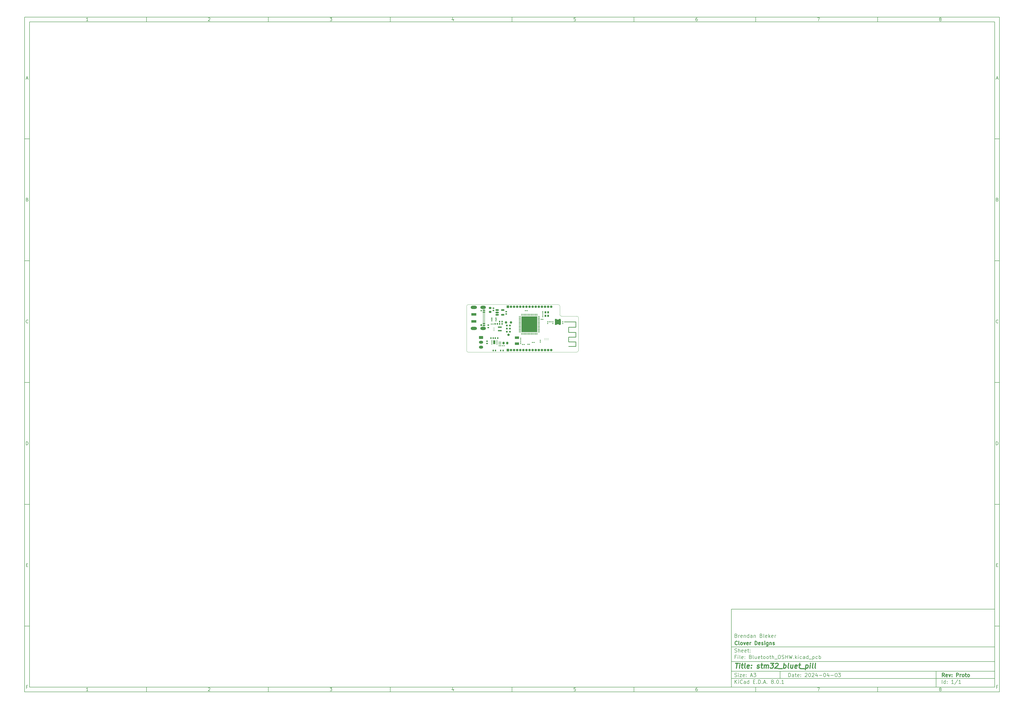
<source format=gbr>
%TF.GenerationSoftware,KiCad,Pcbnew,8.0.1*%
%TF.CreationDate,2024-04-03T21:58:22-07:00*%
%TF.ProjectId,Bluetooth_OSHW,426c7565-746f-46f7-9468-5f4f5348572e,Proto*%
%TF.SameCoordinates,Original*%
%TF.FileFunction,Soldermask,Top*%
%TF.FilePolarity,Negative*%
%FSLAX46Y46*%
G04 Gerber Fmt 4.6, Leading zero omitted, Abs format (unit mm)*
G04 Created by KiCad (PCBNEW 8.0.1) date 2024-04-03 21:58:22*
%MOMM*%
%LPD*%
G01*
G04 APERTURE LIST*
G04 Aperture macros list*
%AMRoundRect*
0 Rectangle with rounded corners*
0 $1 Rounding radius*
0 $2 $3 $4 $5 $6 $7 $8 $9 X,Y pos of 4 corners*
0 Add a 4 corners polygon primitive as box body*
4,1,4,$2,$3,$4,$5,$6,$7,$8,$9,$2,$3,0*
0 Add four circle primitives for the rounded corners*
1,1,$1+$1,$2,$3*
1,1,$1+$1,$4,$5*
1,1,$1+$1,$6,$7*
1,1,$1+$1,$8,$9*
0 Add four rect primitives between the rounded corners*
20,1,$1+$1,$2,$3,$4,$5,0*
20,1,$1+$1,$4,$5,$6,$7,0*
20,1,$1+$1,$6,$7,$8,$9,0*
20,1,$1+$1,$8,$9,$2,$3,0*%
%AMFreePoly0*
4,1,10,-0.450000,0.185000,0.450000,0.185000,0.450000,0.435000,1.200000,0.435000,1.200000,-0.235000,-1.000000,-0.235000,-1.200000,-0.035000,-1.200000,0.435000,-0.450000,0.435000,-0.450000,0.185000,-0.450000,0.185000,$1*%
%AMFreePoly1*
4,1,10,-0.450000,0.185000,0.450000,0.185000,0.450000,0.435000,1.200000,0.435000,1.200000,-0.035000,1.000000,-0.235000,-1.200000,-0.235000,-1.200000,0.435000,-0.450000,0.435000,-0.450000,0.185000,-0.450000,0.185000,$1*%
G04 Aperture macros list end*
%ADD10C,0.100000*%
%ADD11C,0.150000*%
%ADD12C,0.300000*%
%ADD13C,0.400000*%
%ADD14C,0.254000*%
%ADD15C,0.120000*%
%ADD16RoundRect,0.100000X0.130000X0.100000X-0.130000X0.100000X-0.130000X-0.100000X0.130000X-0.100000X0*%
%ADD17RoundRect,0.100000X-0.130000X-0.100000X0.130000X-0.100000X0.130000X0.100000X-0.130000X0.100000X0*%
%ADD18RoundRect,0.100000X-0.100000X0.130000X-0.100000X-0.130000X0.100000X-0.130000X0.100000X0.130000X0*%
%ADD19RoundRect,0.140000X-0.140000X-0.170000X0.140000X-0.170000X0.140000X0.170000X-0.140000X0.170000X0*%
%ADD20C,0.300000*%
%ADD21RoundRect,0.225000X0.225000X0.250000X-0.225000X0.250000X-0.225000X-0.250000X0.225000X-0.250000X0*%
%ADD22RoundRect,0.147500X0.147500X0.172500X-0.147500X0.172500X-0.147500X-0.172500X0.147500X-0.172500X0*%
%ADD23RoundRect,0.225000X0.250000X-0.225000X0.250000X0.225000X-0.250000X0.225000X-0.250000X-0.225000X0*%
%ADD24RoundRect,0.140000X0.140000X0.170000X-0.140000X0.170000X-0.140000X-0.170000X0.140000X-0.170000X0*%
%ADD25RoundRect,0.140000X-0.170000X0.140000X-0.170000X-0.140000X0.170000X-0.140000X0.170000X0.140000X0*%
%ADD26R,1.000000X1.000000*%
%ADD27O,1.000000X1.000000*%
%ADD28R,1.600000X0.550000*%
%ADD29RoundRect,0.135000X0.135000X0.185000X-0.135000X0.185000X-0.135000X-0.185000X0.135000X-0.185000X0*%
%ADD30RoundRect,0.250000X-0.625000X0.350000X-0.625000X-0.350000X0.625000X-0.350000X0.625000X0.350000X0*%
%ADD31O,1.750000X1.200000*%
%ADD32C,0.200000*%
%ADD33RoundRect,0.135000X-0.185000X0.135000X-0.185000X-0.135000X0.185000X-0.135000X0.185000X0.135000X0*%
%ADD34RoundRect,0.100000X0.100000X-0.130000X0.100000X0.130000X-0.100000X0.130000X-0.100000X-0.130000X0*%
%ADD35C,0.600000*%
%ADD36R,2.000000X1.000000*%
%ADD37O,0.600000X0.850000*%
%ADD38R,1.000000X0.520000*%
%ADD39R,1.000000X0.270000*%
%ADD40O,2.300000X1.300000*%
%ADD41O,2.600000X1.300000*%
%ADD42C,0.990600*%
%ADD43C,0.787400*%
%ADD44R,0.800000X0.900000*%
%ADD45R,0.480000X0.500000*%
%ADD46FreePoly0,180.000000*%
%ADD47FreePoly1,0.000000*%
%ADD48RoundRect,0.050000X0.200000X0.050000X-0.200000X0.050000X-0.200000X-0.050000X0.200000X-0.050000X0*%
%ADD49RoundRect,0.050000X-0.200000X-0.050000X0.200000X-0.050000X0.200000X0.050000X-0.200000X0.050000X0*%
%ADD50C,0.400000*%
%ADD51RoundRect,0.050000X-0.400000X-0.700000X0.400000X-0.700000X0.400000X0.700000X-0.400000X0.700000X0*%
%ADD52R,1.800000X1.000000*%
%ADD53RoundRect,0.093750X0.156250X0.093750X-0.156250X0.093750X-0.156250X-0.093750X0.156250X-0.093750X0*%
%ADD54RoundRect,0.075000X0.250000X0.075000X-0.250000X0.075000X-0.250000X-0.075000X0.250000X-0.075000X0*%
%ADD55RoundRect,0.150000X-0.512500X-0.150000X0.512500X-0.150000X0.512500X0.150000X-0.512500X0.150000X0*%
%ADD56RoundRect,0.140000X0.170000X-0.140000X0.170000X0.140000X-0.170000X0.140000X-0.170000X-0.140000X0*%
%ADD57RoundRect,0.062500X0.062500X-0.400000X0.062500X0.400000X-0.062500X0.400000X-0.062500X-0.400000X0*%
%ADD58RoundRect,0.062500X0.400000X-0.062500X0.400000X0.062500X-0.400000X0.062500X-0.400000X-0.062500X0*%
%ADD59R,6.400000X6.400000*%
%TA.AperFunction,Profile*%
%ADD60C,0.100000*%
%TD*%
G04 APERTURE END LIST*
D10*
D11*
X299989000Y-253002200D02*
X407989000Y-253002200D01*
X407989000Y-285002200D01*
X299989000Y-285002200D01*
X299989000Y-253002200D01*
D10*
D11*
X10000000Y-10000000D02*
X409989000Y-10000000D01*
X409989000Y-287002200D01*
X10000000Y-287002200D01*
X10000000Y-10000000D01*
D10*
D11*
X12000000Y-12000000D02*
X407989000Y-12000000D01*
X407989000Y-285002200D01*
X12000000Y-285002200D01*
X12000000Y-12000000D01*
D10*
D11*
X60000000Y-12000000D02*
X60000000Y-10000000D01*
D10*
D11*
X110000000Y-12000000D02*
X110000000Y-10000000D01*
D10*
D11*
X160000000Y-12000000D02*
X160000000Y-10000000D01*
D10*
D11*
X210000000Y-12000000D02*
X210000000Y-10000000D01*
D10*
D11*
X260000000Y-12000000D02*
X260000000Y-10000000D01*
D10*
D11*
X310000000Y-12000000D02*
X310000000Y-10000000D01*
D10*
D11*
X360000000Y-12000000D02*
X360000000Y-10000000D01*
D10*
D11*
X36089160Y-11593604D02*
X35346303Y-11593604D01*
X35717731Y-11593604D02*
X35717731Y-10293604D01*
X35717731Y-10293604D02*
X35593922Y-10479319D01*
X35593922Y-10479319D02*
X35470112Y-10603128D01*
X35470112Y-10603128D02*
X35346303Y-10665033D01*
D10*
D11*
X85346303Y-10417414D02*
X85408207Y-10355509D01*
X85408207Y-10355509D02*
X85532017Y-10293604D01*
X85532017Y-10293604D02*
X85841541Y-10293604D01*
X85841541Y-10293604D02*
X85965350Y-10355509D01*
X85965350Y-10355509D02*
X86027255Y-10417414D01*
X86027255Y-10417414D02*
X86089160Y-10541223D01*
X86089160Y-10541223D02*
X86089160Y-10665033D01*
X86089160Y-10665033D02*
X86027255Y-10850747D01*
X86027255Y-10850747D02*
X85284398Y-11593604D01*
X85284398Y-11593604D02*
X86089160Y-11593604D01*
D10*
D11*
X135284398Y-10293604D02*
X136089160Y-10293604D01*
X136089160Y-10293604D02*
X135655826Y-10788842D01*
X135655826Y-10788842D02*
X135841541Y-10788842D01*
X135841541Y-10788842D02*
X135965350Y-10850747D01*
X135965350Y-10850747D02*
X136027255Y-10912652D01*
X136027255Y-10912652D02*
X136089160Y-11036461D01*
X136089160Y-11036461D02*
X136089160Y-11345985D01*
X136089160Y-11345985D02*
X136027255Y-11469795D01*
X136027255Y-11469795D02*
X135965350Y-11531700D01*
X135965350Y-11531700D02*
X135841541Y-11593604D01*
X135841541Y-11593604D02*
X135470112Y-11593604D01*
X135470112Y-11593604D02*
X135346303Y-11531700D01*
X135346303Y-11531700D02*
X135284398Y-11469795D01*
D10*
D11*
X185965350Y-10726938D02*
X185965350Y-11593604D01*
X185655826Y-10231700D02*
X185346303Y-11160271D01*
X185346303Y-11160271D02*
X186151064Y-11160271D01*
D10*
D11*
X236027255Y-10293604D02*
X235408207Y-10293604D01*
X235408207Y-10293604D02*
X235346303Y-10912652D01*
X235346303Y-10912652D02*
X235408207Y-10850747D01*
X235408207Y-10850747D02*
X235532017Y-10788842D01*
X235532017Y-10788842D02*
X235841541Y-10788842D01*
X235841541Y-10788842D02*
X235965350Y-10850747D01*
X235965350Y-10850747D02*
X236027255Y-10912652D01*
X236027255Y-10912652D02*
X236089160Y-11036461D01*
X236089160Y-11036461D02*
X236089160Y-11345985D01*
X236089160Y-11345985D02*
X236027255Y-11469795D01*
X236027255Y-11469795D02*
X235965350Y-11531700D01*
X235965350Y-11531700D02*
X235841541Y-11593604D01*
X235841541Y-11593604D02*
X235532017Y-11593604D01*
X235532017Y-11593604D02*
X235408207Y-11531700D01*
X235408207Y-11531700D02*
X235346303Y-11469795D01*
D10*
D11*
X285965350Y-10293604D02*
X285717731Y-10293604D01*
X285717731Y-10293604D02*
X285593922Y-10355509D01*
X285593922Y-10355509D02*
X285532017Y-10417414D01*
X285532017Y-10417414D02*
X285408207Y-10603128D01*
X285408207Y-10603128D02*
X285346303Y-10850747D01*
X285346303Y-10850747D02*
X285346303Y-11345985D01*
X285346303Y-11345985D02*
X285408207Y-11469795D01*
X285408207Y-11469795D02*
X285470112Y-11531700D01*
X285470112Y-11531700D02*
X285593922Y-11593604D01*
X285593922Y-11593604D02*
X285841541Y-11593604D01*
X285841541Y-11593604D02*
X285965350Y-11531700D01*
X285965350Y-11531700D02*
X286027255Y-11469795D01*
X286027255Y-11469795D02*
X286089160Y-11345985D01*
X286089160Y-11345985D02*
X286089160Y-11036461D01*
X286089160Y-11036461D02*
X286027255Y-10912652D01*
X286027255Y-10912652D02*
X285965350Y-10850747D01*
X285965350Y-10850747D02*
X285841541Y-10788842D01*
X285841541Y-10788842D02*
X285593922Y-10788842D01*
X285593922Y-10788842D02*
X285470112Y-10850747D01*
X285470112Y-10850747D02*
X285408207Y-10912652D01*
X285408207Y-10912652D02*
X285346303Y-11036461D01*
D10*
D11*
X335284398Y-10293604D02*
X336151064Y-10293604D01*
X336151064Y-10293604D02*
X335593922Y-11593604D01*
D10*
D11*
X385593922Y-10850747D02*
X385470112Y-10788842D01*
X385470112Y-10788842D02*
X385408207Y-10726938D01*
X385408207Y-10726938D02*
X385346303Y-10603128D01*
X385346303Y-10603128D02*
X385346303Y-10541223D01*
X385346303Y-10541223D02*
X385408207Y-10417414D01*
X385408207Y-10417414D02*
X385470112Y-10355509D01*
X385470112Y-10355509D02*
X385593922Y-10293604D01*
X385593922Y-10293604D02*
X385841541Y-10293604D01*
X385841541Y-10293604D02*
X385965350Y-10355509D01*
X385965350Y-10355509D02*
X386027255Y-10417414D01*
X386027255Y-10417414D02*
X386089160Y-10541223D01*
X386089160Y-10541223D02*
X386089160Y-10603128D01*
X386089160Y-10603128D02*
X386027255Y-10726938D01*
X386027255Y-10726938D02*
X385965350Y-10788842D01*
X385965350Y-10788842D02*
X385841541Y-10850747D01*
X385841541Y-10850747D02*
X385593922Y-10850747D01*
X385593922Y-10850747D02*
X385470112Y-10912652D01*
X385470112Y-10912652D02*
X385408207Y-10974557D01*
X385408207Y-10974557D02*
X385346303Y-11098366D01*
X385346303Y-11098366D02*
X385346303Y-11345985D01*
X385346303Y-11345985D02*
X385408207Y-11469795D01*
X385408207Y-11469795D02*
X385470112Y-11531700D01*
X385470112Y-11531700D02*
X385593922Y-11593604D01*
X385593922Y-11593604D02*
X385841541Y-11593604D01*
X385841541Y-11593604D02*
X385965350Y-11531700D01*
X385965350Y-11531700D02*
X386027255Y-11469795D01*
X386027255Y-11469795D02*
X386089160Y-11345985D01*
X386089160Y-11345985D02*
X386089160Y-11098366D01*
X386089160Y-11098366D02*
X386027255Y-10974557D01*
X386027255Y-10974557D02*
X385965350Y-10912652D01*
X385965350Y-10912652D02*
X385841541Y-10850747D01*
D10*
D11*
X60000000Y-285002200D02*
X60000000Y-287002200D01*
D10*
D11*
X110000000Y-285002200D02*
X110000000Y-287002200D01*
D10*
D11*
X160000000Y-285002200D02*
X160000000Y-287002200D01*
D10*
D11*
X210000000Y-285002200D02*
X210000000Y-287002200D01*
D10*
D11*
X260000000Y-285002200D02*
X260000000Y-287002200D01*
D10*
D11*
X310000000Y-285002200D02*
X310000000Y-287002200D01*
D10*
D11*
X360000000Y-285002200D02*
X360000000Y-287002200D01*
D10*
D11*
X36089160Y-286595804D02*
X35346303Y-286595804D01*
X35717731Y-286595804D02*
X35717731Y-285295804D01*
X35717731Y-285295804D02*
X35593922Y-285481519D01*
X35593922Y-285481519D02*
X35470112Y-285605328D01*
X35470112Y-285605328D02*
X35346303Y-285667233D01*
D10*
D11*
X85346303Y-285419614D02*
X85408207Y-285357709D01*
X85408207Y-285357709D02*
X85532017Y-285295804D01*
X85532017Y-285295804D02*
X85841541Y-285295804D01*
X85841541Y-285295804D02*
X85965350Y-285357709D01*
X85965350Y-285357709D02*
X86027255Y-285419614D01*
X86027255Y-285419614D02*
X86089160Y-285543423D01*
X86089160Y-285543423D02*
X86089160Y-285667233D01*
X86089160Y-285667233D02*
X86027255Y-285852947D01*
X86027255Y-285852947D02*
X85284398Y-286595804D01*
X85284398Y-286595804D02*
X86089160Y-286595804D01*
D10*
D11*
X135284398Y-285295804D02*
X136089160Y-285295804D01*
X136089160Y-285295804D02*
X135655826Y-285791042D01*
X135655826Y-285791042D02*
X135841541Y-285791042D01*
X135841541Y-285791042D02*
X135965350Y-285852947D01*
X135965350Y-285852947D02*
X136027255Y-285914852D01*
X136027255Y-285914852D02*
X136089160Y-286038661D01*
X136089160Y-286038661D02*
X136089160Y-286348185D01*
X136089160Y-286348185D02*
X136027255Y-286471995D01*
X136027255Y-286471995D02*
X135965350Y-286533900D01*
X135965350Y-286533900D02*
X135841541Y-286595804D01*
X135841541Y-286595804D02*
X135470112Y-286595804D01*
X135470112Y-286595804D02*
X135346303Y-286533900D01*
X135346303Y-286533900D02*
X135284398Y-286471995D01*
D10*
D11*
X185965350Y-285729138D02*
X185965350Y-286595804D01*
X185655826Y-285233900D02*
X185346303Y-286162471D01*
X185346303Y-286162471D02*
X186151064Y-286162471D01*
D10*
D11*
X236027255Y-285295804D02*
X235408207Y-285295804D01*
X235408207Y-285295804D02*
X235346303Y-285914852D01*
X235346303Y-285914852D02*
X235408207Y-285852947D01*
X235408207Y-285852947D02*
X235532017Y-285791042D01*
X235532017Y-285791042D02*
X235841541Y-285791042D01*
X235841541Y-285791042D02*
X235965350Y-285852947D01*
X235965350Y-285852947D02*
X236027255Y-285914852D01*
X236027255Y-285914852D02*
X236089160Y-286038661D01*
X236089160Y-286038661D02*
X236089160Y-286348185D01*
X236089160Y-286348185D02*
X236027255Y-286471995D01*
X236027255Y-286471995D02*
X235965350Y-286533900D01*
X235965350Y-286533900D02*
X235841541Y-286595804D01*
X235841541Y-286595804D02*
X235532017Y-286595804D01*
X235532017Y-286595804D02*
X235408207Y-286533900D01*
X235408207Y-286533900D02*
X235346303Y-286471995D01*
D10*
D11*
X285965350Y-285295804D02*
X285717731Y-285295804D01*
X285717731Y-285295804D02*
X285593922Y-285357709D01*
X285593922Y-285357709D02*
X285532017Y-285419614D01*
X285532017Y-285419614D02*
X285408207Y-285605328D01*
X285408207Y-285605328D02*
X285346303Y-285852947D01*
X285346303Y-285852947D02*
X285346303Y-286348185D01*
X285346303Y-286348185D02*
X285408207Y-286471995D01*
X285408207Y-286471995D02*
X285470112Y-286533900D01*
X285470112Y-286533900D02*
X285593922Y-286595804D01*
X285593922Y-286595804D02*
X285841541Y-286595804D01*
X285841541Y-286595804D02*
X285965350Y-286533900D01*
X285965350Y-286533900D02*
X286027255Y-286471995D01*
X286027255Y-286471995D02*
X286089160Y-286348185D01*
X286089160Y-286348185D02*
X286089160Y-286038661D01*
X286089160Y-286038661D02*
X286027255Y-285914852D01*
X286027255Y-285914852D02*
X285965350Y-285852947D01*
X285965350Y-285852947D02*
X285841541Y-285791042D01*
X285841541Y-285791042D02*
X285593922Y-285791042D01*
X285593922Y-285791042D02*
X285470112Y-285852947D01*
X285470112Y-285852947D02*
X285408207Y-285914852D01*
X285408207Y-285914852D02*
X285346303Y-286038661D01*
D10*
D11*
X335284398Y-285295804D02*
X336151064Y-285295804D01*
X336151064Y-285295804D02*
X335593922Y-286595804D01*
D10*
D11*
X385593922Y-285852947D02*
X385470112Y-285791042D01*
X385470112Y-285791042D02*
X385408207Y-285729138D01*
X385408207Y-285729138D02*
X385346303Y-285605328D01*
X385346303Y-285605328D02*
X385346303Y-285543423D01*
X385346303Y-285543423D02*
X385408207Y-285419614D01*
X385408207Y-285419614D02*
X385470112Y-285357709D01*
X385470112Y-285357709D02*
X385593922Y-285295804D01*
X385593922Y-285295804D02*
X385841541Y-285295804D01*
X385841541Y-285295804D02*
X385965350Y-285357709D01*
X385965350Y-285357709D02*
X386027255Y-285419614D01*
X386027255Y-285419614D02*
X386089160Y-285543423D01*
X386089160Y-285543423D02*
X386089160Y-285605328D01*
X386089160Y-285605328D02*
X386027255Y-285729138D01*
X386027255Y-285729138D02*
X385965350Y-285791042D01*
X385965350Y-285791042D02*
X385841541Y-285852947D01*
X385841541Y-285852947D02*
X385593922Y-285852947D01*
X385593922Y-285852947D02*
X385470112Y-285914852D01*
X385470112Y-285914852D02*
X385408207Y-285976757D01*
X385408207Y-285976757D02*
X385346303Y-286100566D01*
X385346303Y-286100566D02*
X385346303Y-286348185D01*
X385346303Y-286348185D02*
X385408207Y-286471995D01*
X385408207Y-286471995D02*
X385470112Y-286533900D01*
X385470112Y-286533900D02*
X385593922Y-286595804D01*
X385593922Y-286595804D02*
X385841541Y-286595804D01*
X385841541Y-286595804D02*
X385965350Y-286533900D01*
X385965350Y-286533900D02*
X386027255Y-286471995D01*
X386027255Y-286471995D02*
X386089160Y-286348185D01*
X386089160Y-286348185D02*
X386089160Y-286100566D01*
X386089160Y-286100566D02*
X386027255Y-285976757D01*
X386027255Y-285976757D02*
X385965350Y-285914852D01*
X385965350Y-285914852D02*
X385841541Y-285852947D01*
D10*
D11*
X10000000Y-60000000D02*
X12000000Y-60000000D01*
D10*
D11*
X10000000Y-110000000D02*
X12000000Y-110000000D01*
D10*
D11*
X10000000Y-160000000D02*
X12000000Y-160000000D01*
D10*
D11*
X10000000Y-210000000D02*
X12000000Y-210000000D01*
D10*
D11*
X10000000Y-260000000D02*
X12000000Y-260000000D01*
D10*
D11*
X10690476Y-35222176D02*
X11309523Y-35222176D01*
X10566666Y-35593604D02*
X10999999Y-34293604D01*
X10999999Y-34293604D02*
X11433333Y-35593604D01*
D10*
D11*
X11092857Y-84912652D02*
X11278571Y-84974557D01*
X11278571Y-84974557D02*
X11340476Y-85036461D01*
X11340476Y-85036461D02*
X11402380Y-85160271D01*
X11402380Y-85160271D02*
X11402380Y-85345985D01*
X11402380Y-85345985D02*
X11340476Y-85469795D01*
X11340476Y-85469795D02*
X11278571Y-85531700D01*
X11278571Y-85531700D02*
X11154761Y-85593604D01*
X11154761Y-85593604D02*
X10659523Y-85593604D01*
X10659523Y-85593604D02*
X10659523Y-84293604D01*
X10659523Y-84293604D02*
X11092857Y-84293604D01*
X11092857Y-84293604D02*
X11216666Y-84355509D01*
X11216666Y-84355509D02*
X11278571Y-84417414D01*
X11278571Y-84417414D02*
X11340476Y-84541223D01*
X11340476Y-84541223D02*
X11340476Y-84665033D01*
X11340476Y-84665033D02*
X11278571Y-84788842D01*
X11278571Y-84788842D02*
X11216666Y-84850747D01*
X11216666Y-84850747D02*
X11092857Y-84912652D01*
X11092857Y-84912652D02*
X10659523Y-84912652D01*
D10*
D11*
X11402380Y-135469795D02*
X11340476Y-135531700D01*
X11340476Y-135531700D02*
X11154761Y-135593604D01*
X11154761Y-135593604D02*
X11030952Y-135593604D01*
X11030952Y-135593604D02*
X10845238Y-135531700D01*
X10845238Y-135531700D02*
X10721428Y-135407890D01*
X10721428Y-135407890D02*
X10659523Y-135284080D01*
X10659523Y-135284080D02*
X10597619Y-135036461D01*
X10597619Y-135036461D02*
X10597619Y-134850747D01*
X10597619Y-134850747D02*
X10659523Y-134603128D01*
X10659523Y-134603128D02*
X10721428Y-134479319D01*
X10721428Y-134479319D02*
X10845238Y-134355509D01*
X10845238Y-134355509D02*
X11030952Y-134293604D01*
X11030952Y-134293604D02*
X11154761Y-134293604D01*
X11154761Y-134293604D02*
X11340476Y-134355509D01*
X11340476Y-134355509D02*
X11402380Y-134417414D01*
D10*
D11*
X10659523Y-185593604D02*
X10659523Y-184293604D01*
X10659523Y-184293604D02*
X10969047Y-184293604D01*
X10969047Y-184293604D02*
X11154761Y-184355509D01*
X11154761Y-184355509D02*
X11278571Y-184479319D01*
X11278571Y-184479319D02*
X11340476Y-184603128D01*
X11340476Y-184603128D02*
X11402380Y-184850747D01*
X11402380Y-184850747D02*
X11402380Y-185036461D01*
X11402380Y-185036461D02*
X11340476Y-185284080D01*
X11340476Y-185284080D02*
X11278571Y-185407890D01*
X11278571Y-185407890D02*
X11154761Y-185531700D01*
X11154761Y-185531700D02*
X10969047Y-185593604D01*
X10969047Y-185593604D02*
X10659523Y-185593604D01*
D10*
D11*
X10721428Y-234912652D02*
X11154762Y-234912652D01*
X11340476Y-235593604D02*
X10721428Y-235593604D01*
X10721428Y-235593604D02*
X10721428Y-234293604D01*
X10721428Y-234293604D02*
X11340476Y-234293604D01*
D10*
D11*
X11185714Y-284912652D02*
X10752380Y-284912652D01*
X10752380Y-285593604D02*
X10752380Y-284293604D01*
X10752380Y-284293604D02*
X11371428Y-284293604D01*
D10*
D11*
X409989000Y-60000000D02*
X407989000Y-60000000D01*
D10*
D11*
X409989000Y-110000000D02*
X407989000Y-110000000D01*
D10*
D11*
X409989000Y-160000000D02*
X407989000Y-160000000D01*
D10*
D11*
X409989000Y-210000000D02*
X407989000Y-210000000D01*
D10*
D11*
X409989000Y-260000000D02*
X407989000Y-260000000D01*
D10*
D11*
X408679476Y-35222176D02*
X409298523Y-35222176D01*
X408555666Y-35593604D02*
X408988999Y-34293604D01*
X408988999Y-34293604D02*
X409422333Y-35593604D01*
D10*
D11*
X409081857Y-84912652D02*
X409267571Y-84974557D01*
X409267571Y-84974557D02*
X409329476Y-85036461D01*
X409329476Y-85036461D02*
X409391380Y-85160271D01*
X409391380Y-85160271D02*
X409391380Y-85345985D01*
X409391380Y-85345985D02*
X409329476Y-85469795D01*
X409329476Y-85469795D02*
X409267571Y-85531700D01*
X409267571Y-85531700D02*
X409143761Y-85593604D01*
X409143761Y-85593604D02*
X408648523Y-85593604D01*
X408648523Y-85593604D02*
X408648523Y-84293604D01*
X408648523Y-84293604D02*
X409081857Y-84293604D01*
X409081857Y-84293604D02*
X409205666Y-84355509D01*
X409205666Y-84355509D02*
X409267571Y-84417414D01*
X409267571Y-84417414D02*
X409329476Y-84541223D01*
X409329476Y-84541223D02*
X409329476Y-84665033D01*
X409329476Y-84665033D02*
X409267571Y-84788842D01*
X409267571Y-84788842D02*
X409205666Y-84850747D01*
X409205666Y-84850747D02*
X409081857Y-84912652D01*
X409081857Y-84912652D02*
X408648523Y-84912652D01*
D10*
D11*
X409391380Y-135469795D02*
X409329476Y-135531700D01*
X409329476Y-135531700D02*
X409143761Y-135593604D01*
X409143761Y-135593604D02*
X409019952Y-135593604D01*
X409019952Y-135593604D02*
X408834238Y-135531700D01*
X408834238Y-135531700D02*
X408710428Y-135407890D01*
X408710428Y-135407890D02*
X408648523Y-135284080D01*
X408648523Y-135284080D02*
X408586619Y-135036461D01*
X408586619Y-135036461D02*
X408586619Y-134850747D01*
X408586619Y-134850747D02*
X408648523Y-134603128D01*
X408648523Y-134603128D02*
X408710428Y-134479319D01*
X408710428Y-134479319D02*
X408834238Y-134355509D01*
X408834238Y-134355509D02*
X409019952Y-134293604D01*
X409019952Y-134293604D02*
X409143761Y-134293604D01*
X409143761Y-134293604D02*
X409329476Y-134355509D01*
X409329476Y-134355509D02*
X409391380Y-134417414D01*
D10*
D11*
X408648523Y-185593604D02*
X408648523Y-184293604D01*
X408648523Y-184293604D02*
X408958047Y-184293604D01*
X408958047Y-184293604D02*
X409143761Y-184355509D01*
X409143761Y-184355509D02*
X409267571Y-184479319D01*
X409267571Y-184479319D02*
X409329476Y-184603128D01*
X409329476Y-184603128D02*
X409391380Y-184850747D01*
X409391380Y-184850747D02*
X409391380Y-185036461D01*
X409391380Y-185036461D02*
X409329476Y-185284080D01*
X409329476Y-185284080D02*
X409267571Y-185407890D01*
X409267571Y-185407890D02*
X409143761Y-185531700D01*
X409143761Y-185531700D02*
X408958047Y-185593604D01*
X408958047Y-185593604D02*
X408648523Y-185593604D01*
D10*
D11*
X408710428Y-234912652D02*
X409143762Y-234912652D01*
X409329476Y-235593604D02*
X408710428Y-235593604D01*
X408710428Y-235593604D02*
X408710428Y-234293604D01*
X408710428Y-234293604D02*
X409329476Y-234293604D01*
D10*
D11*
X409174714Y-284912652D02*
X408741380Y-284912652D01*
X408741380Y-285593604D02*
X408741380Y-284293604D01*
X408741380Y-284293604D02*
X409360428Y-284293604D01*
D10*
D11*
X323444826Y-280788328D02*
X323444826Y-279288328D01*
X323444826Y-279288328D02*
X323801969Y-279288328D01*
X323801969Y-279288328D02*
X324016255Y-279359757D01*
X324016255Y-279359757D02*
X324159112Y-279502614D01*
X324159112Y-279502614D02*
X324230541Y-279645471D01*
X324230541Y-279645471D02*
X324301969Y-279931185D01*
X324301969Y-279931185D02*
X324301969Y-280145471D01*
X324301969Y-280145471D02*
X324230541Y-280431185D01*
X324230541Y-280431185D02*
X324159112Y-280574042D01*
X324159112Y-280574042D02*
X324016255Y-280716900D01*
X324016255Y-280716900D02*
X323801969Y-280788328D01*
X323801969Y-280788328D02*
X323444826Y-280788328D01*
X325587684Y-280788328D02*
X325587684Y-280002614D01*
X325587684Y-280002614D02*
X325516255Y-279859757D01*
X325516255Y-279859757D02*
X325373398Y-279788328D01*
X325373398Y-279788328D02*
X325087684Y-279788328D01*
X325087684Y-279788328D02*
X324944826Y-279859757D01*
X325587684Y-280716900D02*
X325444826Y-280788328D01*
X325444826Y-280788328D02*
X325087684Y-280788328D01*
X325087684Y-280788328D02*
X324944826Y-280716900D01*
X324944826Y-280716900D02*
X324873398Y-280574042D01*
X324873398Y-280574042D02*
X324873398Y-280431185D01*
X324873398Y-280431185D02*
X324944826Y-280288328D01*
X324944826Y-280288328D02*
X325087684Y-280216900D01*
X325087684Y-280216900D02*
X325444826Y-280216900D01*
X325444826Y-280216900D02*
X325587684Y-280145471D01*
X326087684Y-279788328D02*
X326659112Y-279788328D01*
X326301969Y-279288328D02*
X326301969Y-280574042D01*
X326301969Y-280574042D02*
X326373398Y-280716900D01*
X326373398Y-280716900D02*
X326516255Y-280788328D01*
X326516255Y-280788328D02*
X326659112Y-280788328D01*
X327730541Y-280716900D02*
X327587684Y-280788328D01*
X327587684Y-280788328D02*
X327301970Y-280788328D01*
X327301970Y-280788328D02*
X327159112Y-280716900D01*
X327159112Y-280716900D02*
X327087684Y-280574042D01*
X327087684Y-280574042D02*
X327087684Y-280002614D01*
X327087684Y-280002614D02*
X327159112Y-279859757D01*
X327159112Y-279859757D02*
X327301970Y-279788328D01*
X327301970Y-279788328D02*
X327587684Y-279788328D01*
X327587684Y-279788328D02*
X327730541Y-279859757D01*
X327730541Y-279859757D02*
X327801970Y-280002614D01*
X327801970Y-280002614D02*
X327801970Y-280145471D01*
X327801970Y-280145471D02*
X327087684Y-280288328D01*
X328444826Y-280645471D02*
X328516255Y-280716900D01*
X328516255Y-280716900D02*
X328444826Y-280788328D01*
X328444826Y-280788328D02*
X328373398Y-280716900D01*
X328373398Y-280716900D02*
X328444826Y-280645471D01*
X328444826Y-280645471D02*
X328444826Y-280788328D01*
X328444826Y-279859757D02*
X328516255Y-279931185D01*
X328516255Y-279931185D02*
X328444826Y-280002614D01*
X328444826Y-280002614D02*
X328373398Y-279931185D01*
X328373398Y-279931185D02*
X328444826Y-279859757D01*
X328444826Y-279859757D02*
X328444826Y-280002614D01*
X330230541Y-279431185D02*
X330301969Y-279359757D01*
X330301969Y-279359757D02*
X330444827Y-279288328D01*
X330444827Y-279288328D02*
X330801969Y-279288328D01*
X330801969Y-279288328D02*
X330944827Y-279359757D01*
X330944827Y-279359757D02*
X331016255Y-279431185D01*
X331016255Y-279431185D02*
X331087684Y-279574042D01*
X331087684Y-279574042D02*
X331087684Y-279716900D01*
X331087684Y-279716900D02*
X331016255Y-279931185D01*
X331016255Y-279931185D02*
X330159112Y-280788328D01*
X330159112Y-280788328D02*
X331087684Y-280788328D01*
X332016255Y-279288328D02*
X332159112Y-279288328D01*
X332159112Y-279288328D02*
X332301969Y-279359757D01*
X332301969Y-279359757D02*
X332373398Y-279431185D01*
X332373398Y-279431185D02*
X332444826Y-279574042D01*
X332444826Y-279574042D02*
X332516255Y-279859757D01*
X332516255Y-279859757D02*
X332516255Y-280216900D01*
X332516255Y-280216900D02*
X332444826Y-280502614D01*
X332444826Y-280502614D02*
X332373398Y-280645471D01*
X332373398Y-280645471D02*
X332301969Y-280716900D01*
X332301969Y-280716900D02*
X332159112Y-280788328D01*
X332159112Y-280788328D02*
X332016255Y-280788328D01*
X332016255Y-280788328D02*
X331873398Y-280716900D01*
X331873398Y-280716900D02*
X331801969Y-280645471D01*
X331801969Y-280645471D02*
X331730540Y-280502614D01*
X331730540Y-280502614D02*
X331659112Y-280216900D01*
X331659112Y-280216900D02*
X331659112Y-279859757D01*
X331659112Y-279859757D02*
X331730540Y-279574042D01*
X331730540Y-279574042D02*
X331801969Y-279431185D01*
X331801969Y-279431185D02*
X331873398Y-279359757D01*
X331873398Y-279359757D02*
X332016255Y-279288328D01*
X333087683Y-279431185D02*
X333159111Y-279359757D01*
X333159111Y-279359757D02*
X333301969Y-279288328D01*
X333301969Y-279288328D02*
X333659111Y-279288328D01*
X333659111Y-279288328D02*
X333801969Y-279359757D01*
X333801969Y-279359757D02*
X333873397Y-279431185D01*
X333873397Y-279431185D02*
X333944826Y-279574042D01*
X333944826Y-279574042D02*
X333944826Y-279716900D01*
X333944826Y-279716900D02*
X333873397Y-279931185D01*
X333873397Y-279931185D02*
X333016254Y-280788328D01*
X333016254Y-280788328D02*
X333944826Y-280788328D01*
X335230540Y-279788328D02*
X335230540Y-280788328D01*
X334873397Y-279216900D02*
X334516254Y-280288328D01*
X334516254Y-280288328D02*
X335444825Y-280288328D01*
X336016253Y-280216900D02*
X337159111Y-280216900D01*
X338159111Y-279288328D02*
X338301968Y-279288328D01*
X338301968Y-279288328D02*
X338444825Y-279359757D01*
X338444825Y-279359757D02*
X338516254Y-279431185D01*
X338516254Y-279431185D02*
X338587682Y-279574042D01*
X338587682Y-279574042D02*
X338659111Y-279859757D01*
X338659111Y-279859757D02*
X338659111Y-280216900D01*
X338659111Y-280216900D02*
X338587682Y-280502614D01*
X338587682Y-280502614D02*
X338516254Y-280645471D01*
X338516254Y-280645471D02*
X338444825Y-280716900D01*
X338444825Y-280716900D02*
X338301968Y-280788328D01*
X338301968Y-280788328D02*
X338159111Y-280788328D01*
X338159111Y-280788328D02*
X338016254Y-280716900D01*
X338016254Y-280716900D02*
X337944825Y-280645471D01*
X337944825Y-280645471D02*
X337873396Y-280502614D01*
X337873396Y-280502614D02*
X337801968Y-280216900D01*
X337801968Y-280216900D02*
X337801968Y-279859757D01*
X337801968Y-279859757D02*
X337873396Y-279574042D01*
X337873396Y-279574042D02*
X337944825Y-279431185D01*
X337944825Y-279431185D02*
X338016254Y-279359757D01*
X338016254Y-279359757D02*
X338159111Y-279288328D01*
X339944825Y-279788328D02*
X339944825Y-280788328D01*
X339587682Y-279216900D02*
X339230539Y-280288328D01*
X339230539Y-280288328D02*
X340159110Y-280288328D01*
X340730538Y-280216900D02*
X341873396Y-280216900D01*
X342873396Y-279288328D02*
X343016253Y-279288328D01*
X343016253Y-279288328D02*
X343159110Y-279359757D01*
X343159110Y-279359757D02*
X343230539Y-279431185D01*
X343230539Y-279431185D02*
X343301967Y-279574042D01*
X343301967Y-279574042D02*
X343373396Y-279859757D01*
X343373396Y-279859757D02*
X343373396Y-280216900D01*
X343373396Y-280216900D02*
X343301967Y-280502614D01*
X343301967Y-280502614D02*
X343230539Y-280645471D01*
X343230539Y-280645471D02*
X343159110Y-280716900D01*
X343159110Y-280716900D02*
X343016253Y-280788328D01*
X343016253Y-280788328D02*
X342873396Y-280788328D01*
X342873396Y-280788328D02*
X342730539Y-280716900D01*
X342730539Y-280716900D02*
X342659110Y-280645471D01*
X342659110Y-280645471D02*
X342587681Y-280502614D01*
X342587681Y-280502614D02*
X342516253Y-280216900D01*
X342516253Y-280216900D02*
X342516253Y-279859757D01*
X342516253Y-279859757D02*
X342587681Y-279574042D01*
X342587681Y-279574042D02*
X342659110Y-279431185D01*
X342659110Y-279431185D02*
X342730539Y-279359757D01*
X342730539Y-279359757D02*
X342873396Y-279288328D01*
X343873395Y-279288328D02*
X344801967Y-279288328D01*
X344801967Y-279288328D02*
X344301967Y-279859757D01*
X344301967Y-279859757D02*
X344516252Y-279859757D01*
X344516252Y-279859757D02*
X344659110Y-279931185D01*
X344659110Y-279931185D02*
X344730538Y-280002614D01*
X344730538Y-280002614D02*
X344801967Y-280145471D01*
X344801967Y-280145471D02*
X344801967Y-280502614D01*
X344801967Y-280502614D02*
X344730538Y-280645471D01*
X344730538Y-280645471D02*
X344659110Y-280716900D01*
X344659110Y-280716900D02*
X344516252Y-280788328D01*
X344516252Y-280788328D02*
X344087681Y-280788328D01*
X344087681Y-280788328D02*
X343944824Y-280716900D01*
X343944824Y-280716900D02*
X343873395Y-280645471D01*
D10*
D11*
X299989000Y-281502200D02*
X407989000Y-281502200D01*
D10*
D11*
X301444826Y-283588328D02*
X301444826Y-282088328D01*
X302301969Y-283588328D02*
X301659112Y-282731185D01*
X302301969Y-282088328D02*
X301444826Y-282945471D01*
X302944826Y-283588328D02*
X302944826Y-282588328D01*
X302944826Y-282088328D02*
X302873398Y-282159757D01*
X302873398Y-282159757D02*
X302944826Y-282231185D01*
X302944826Y-282231185D02*
X303016255Y-282159757D01*
X303016255Y-282159757D02*
X302944826Y-282088328D01*
X302944826Y-282088328D02*
X302944826Y-282231185D01*
X304516255Y-283445471D02*
X304444827Y-283516900D01*
X304444827Y-283516900D02*
X304230541Y-283588328D01*
X304230541Y-283588328D02*
X304087684Y-283588328D01*
X304087684Y-283588328D02*
X303873398Y-283516900D01*
X303873398Y-283516900D02*
X303730541Y-283374042D01*
X303730541Y-283374042D02*
X303659112Y-283231185D01*
X303659112Y-283231185D02*
X303587684Y-282945471D01*
X303587684Y-282945471D02*
X303587684Y-282731185D01*
X303587684Y-282731185D02*
X303659112Y-282445471D01*
X303659112Y-282445471D02*
X303730541Y-282302614D01*
X303730541Y-282302614D02*
X303873398Y-282159757D01*
X303873398Y-282159757D02*
X304087684Y-282088328D01*
X304087684Y-282088328D02*
X304230541Y-282088328D01*
X304230541Y-282088328D02*
X304444827Y-282159757D01*
X304444827Y-282159757D02*
X304516255Y-282231185D01*
X305801970Y-283588328D02*
X305801970Y-282802614D01*
X305801970Y-282802614D02*
X305730541Y-282659757D01*
X305730541Y-282659757D02*
X305587684Y-282588328D01*
X305587684Y-282588328D02*
X305301970Y-282588328D01*
X305301970Y-282588328D02*
X305159112Y-282659757D01*
X305801970Y-283516900D02*
X305659112Y-283588328D01*
X305659112Y-283588328D02*
X305301970Y-283588328D01*
X305301970Y-283588328D02*
X305159112Y-283516900D01*
X305159112Y-283516900D02*
X305087684Y-283374042D01*
X305087684Y-283374042D02*
X305087684Y-283231185D01*
X305087684Y-283231185D02*
X305159112Y-283088328D01*
X305159112Y-283088328D02*
X305301970Y-283016900D01*
X305301970Y-283016900D02*
X305659112Y-283016900D01*
X305659112Y-283016900D02*
X305801970Y-282945471D01*
X307159113Y-283588328D02*
X307159113Y-282088328D01*
X307159113Y-283516900D02*
X307016255Y-283588328D01*
X307016255Y-283588328D02*
X306730541Y-283588328D01*
X306730541Y-283588328D02*
X306587684Y-283516900D01*
X306587684Y-283516900D02*
X306516255Y-283445471D01*
X306516255Y-283445471D02*
X306444827Y-283302614D01*
X306444827Y-283302614D02*
X306444827Y-282874042D01*
X306444827Y-282874042D02*
X306516255Y-282731185D01*
X306516255Y-282731185D02*
X306587684Y-282659757D01*
X306587684Y-282659757D02*
X306730541Y-282588328D01*
X306730541Y-282588328D02*
X307016255Y-282588328D01*
X307016255Y-282588328D02*
X307159113Y-282659757D01*
X309016255Y-282802614D02*
X309516255Y-282802614D01*
X309730541Y-283588328D02*
X309016255Y-283588328D01*
X309016255Y-283588328D02*
X309016255Y-282088328D01*
X309016255Y-282088328D02*
X309730541Y-282088328D01*
X310373398Y-283445471D02*
X310444827Y-283516900D01*
X310444827Y-283516900D02*
X310373398Y-283588328D01*
X310373398Y-283588328D02*
X310301970Y-283516900D01*
X310301970Y-283516900D02*
X310373398Y-283445471D01*
X310373398Y-283445471D02*
X310373398Y-283588328D01*
X311087684Y-283588328D02*
X311087684Y-282088328D01*
X311087684Y-282088328D02*
X311444827Y-282088328D01*
X311444827Y-282088328D02*
X311659113Y-282159757D01*
X311659113Y-282159757D02*
X311801970Y-282302614D01*
X311801970Y-282302614D02*
X311873399Y-282445471D01*
X311873399Y-282445471D02*
X311944827Y-282731185D01*
X311944827Y-282731185D02*
X311944827Y-282945471D01*
X311944827Y-282945471D02*
X311873399Y-283231185D01*
X311873399Y-283231185D02*
X311801970Y-283374042D01*
X311801970Y-283374042D02*
X311659113Y-283516900D01*
X311659113Y-283516900D02*
X311444827Y-283588328D01*
X311444827Y-283588328D02*
X311087684Y-283588328D01*
X312587684Y-283445471D02*
X312659113Y-283516900D01*
X312659113Y-283516900D02*
X312587684Y-283588328D01*
X312587684Y-283588328D02*
X312516256Y-283516900D01*
X312516256Y-283516900D02*
X312587684Y-283445471D01*
X312587684Y-283445471D02*
X312587684Y-283588328D01*
X313230542Y-283159757D02*
X313944828Y-283159757D01*
X313087685Y-283588328D02*
X313587685Y-282088328D01*
X313587685Y-282088328D02*
X314087685Y-283588328D01*
X314587684Y-283445471D02*
X314659113Y-283516900D01*
X314659113Y-283516900D02*
X314587684Y-283588328D01*
X314587684Y-283588328D02*
X314516256Y-283516900D01*
X314516256Y-283516900D02*
X314587684Y-283445471D01*
X314587684Y-283445471D02*
X314587684Y-283588328D01*
X316659113Y-282731185D02*
X316516256Y-282659757D01*
X316516256Y-282659757D02*
X316444827Y-282588328D01*
X316444827Y-282588328D02*
X316373399Y-282445471D01*
X316373399Y-282445471D02*
X316373399Y-282374042D01*
X316373399Y-282374042D02*
X316444827Y-282231185D01*
X316444827Y-282231185D02*
X316516256Y-282159757D01*
X316516256Y-282159757D02*
X316659113Y-282088328D01*
X316659113Y-282088328D02*
X316944827Y-282088328D01*
X316944827Y-282088328D02*
X317087685Y-282159757D01*
X317087685Y-282159757D02*
X317159113Y-282231185D01*
X317159113Y-282231185D02*
X317230542Y-282374042D01*
X317230542Y-282374042D02*
X317230542Y-282445471D01*
X317230542Y-282445471D02*
X317159113Y-282588328D01*
X317159113Y-282588328D02*
X317087685Y-282659757D01*
X317087685Y-282659757D02*
X316944827Y-282731185D01*
X316944827Y-282731185D02*
X316659113Y-282731185D01*
X316659113Y-282731185D02*
X316516256Y-282802614D01*
X316516256Y-282802614D02*
X316444827Y-282874042D01*
X316444827Y-282874042D02*
X316373399Y-283016900D01*
X316373399Y-283016900D02*
X316373399Y-283302614D01*
X316373399Y-283302614D02*
X316444827Y-283445471D01*
X316444827Y-283445471D02*
X316516256Y-283516900D01*
X316516256Y-283516900D02*
X316659113Y-283588328D01*
X316659113Y-283588328D02*
X316944827Y-283588328D01*
X316944827Y-283588328D02*
X317087685Y-283516900D01*
X317087685Y-283516900D02*
X317159113Y-283445471D01*
X317159113Y-283445471D02*
X317230542Y-283302614D01*
X317230542Y-283302614D02*
X317230542Y-283016900D01*
X317230542Y-283016900D02*
X317159113Y-282874042D01*
X317159113Y-282874042D02*
X317087685Y-282802614D01*
X317087685Y-282802614D02*
X316944827Y-282731185D01*
X317873398Y-283445471D02*
X317944827Y-283516900D01*
X317944827Y-283516900D02*
X317873398Y-283588328D01*
X317873398Y-283588328D02*
X317801970Y-283516900D01*
X317801970Y-283516900D02*
X317873398Y-283445471D01*
X317873398Y-283445471D02*
X317873398Y-283588328D01*
X318873399Y-282088328D02*
X319016256Y-282088328D01*
X319016256Y-282088328D02*
X319159113Y-282159757D01*
X319159113Y-282159757D02*
X319230542Y-282231185D01*
X319230542Y-282231185D02*
X319301970Y-282374042D01*
X319301970Y-282374042D02*
X319373399Y-282659757D01*
X319373399Y-282659757D02*
X319373399Y-283016900D01*
X319373399Y-283016900D02*
X319301970Y-283302614D01*
X319301970Y-283302614D02*
X319230542Y-283445471D01*
X319230542Y-283445471D02*
X319159113Y-283516900D01*
X319159113Y-283516900D02*
X319016256Y-283588328D01*
X319016256Y-283588328D02*
X318873399Y-283588328D01*
X318873399Y-283588328D02*
X318730542Y-283516900D01*
X318730542Y-283516900D02*
X318659113Y-283445471D01*
X318659113Y-283445471D02*
X318587684Y-283302614D01*
X318587684Y-283302614D02*
X318516256Y-283016900D01*
X318516256Y-283016900D02*
X318516256Y-282659757D01*
X318516256Y-282659757D02*
X318587684Y-282374042D01*
X318587684Y-282374042D02*
X318659113Y-282231185D01*
X318659113Y-282231185D02*
X318730542Y-282159757D01*
X318730542Y-282159757D02*
X318873399Y-282088328D01*
X320016255Y-283445471D02*
X320087684Y-283516900D01*
X320087684Y-283516900D02*
X320016255Y-283588328D01*
X320016255Y-283588328D02*
X319944827Y-283516900D01*
X319944827Y-283516900D02*
X320016255Y-283445471D01*
X320016255Y-283445471D02*
X320016255Y-283588328D01*
X321516256Y-283588328D02*
X320659113Y-283588328D01*
X321087684Y-283588328D02*
X321087684Y-282088328D01*
X321087684Y-282088328D02*
X320944827Y-282302614D01*
X320944827Y-282302614D02*
X320801970Y-282445471D01*
X320801970Y-282445471D02*
X320659113Y-282516900D01*
D10*
D11*
X299989000Y-278502200D02*
X407989000Y-278502200D01*
D10*
D12*
X387400653Y-280780528D02*
X386900653Y-280066242D01*
X386543510Y-280780528D02*
X386543510Y-279280528D01*
X386543510Y-279280528D02*
X387114939Y-279280528D01*
X387114939Y-279280528D02*
X387257796Y-279351957D01*
X387257796Y-279351957D02*
X387329225Y-279423385D01*
X387329225Y-279423385D02*
X387400653Y-279566242D01*
X387400653Y-279566242D02*
X387400653Y-279780528D01*
X387400653Y-279780528D02*
X387329225Y-279923385D01*
X387329225Y-279923385D02*
X387257796Y-279994814D01*
X387257796Y-279994814D02*
X387114939Y-280066242D01*
X387114939Y-280066242D02*
X386543510Y-280066242D01*
X388614939Y-280709100D02*
X388472082Y-280780528D01*
X388472082Y-280780528D02*
X388186368Y-280780528D01*
X388186368Y-280780528D02*
X388043510Y-280709100D01*
X388043510Y-280709100D02*
X387972082Y-280566242D01*
X387972082Y-280566242D02*
X387972082Y-279994814D01*
X387972082Y-279994814D02*
X388043510Y-279851957D01*
X388043510Y-279851957D02*
X388186368Y-279780528D01*
X388186368Y-279780528D02*
X388472082Y-279780528D01*
X388472082Y-279780528D02*
X388614939Y-279851957D01*
X388614939Y-279851957D02*
X388686368Y-279994814D01*
X388686368Y-279994814D02*
X388686368Y-280137671D01*
X388686368Y-280137671D02*
X387972082Y-280280528D01*
X389186367Y-279780528D02*
X389543510Y-280780528D01*
X389543510Y-280780528D02*
X389900653Y-279780528D01*
X390472081Y-280637671D02*
X390543510Y-280709100D01*
X390543510Y-280709100D02*
X390472081Y-280780528D01*
X390472081Y-280780528D02*
X390400653Y-280709100D01*
X390400653Y-280709100D02*
X390472081Y-280637671D01*
X390472081Y-280637671D02*
X390472081Y-280780528D01*
X390472081Y-279851957D02*
X390543510Y-279923385D01*
X390543510Y-279923385D02*
X390472081Y-279994814D01*
X390472081Y-279994814D02*
X390400653Y-279923385D01*
X390400653Y-279923385D02*
X390472081Y-279851957D01*
X390472081Y-279851957D02*
X390472081Y-279994814D01*
X392329224Y-280780528D02*
X392329224Y-279280528D01*
X392329224Y-279280528D02*
X392900653Y-279280528D01*
X392900653Y-279280528D02*
X393043510Y-279351957D01*
X393043510Y-279351957D02*
X393114939Y-279423385D01*
X393114939Y-279423385D02*
X393186367Y-279566242D01*
X393186367Y-279566242D02*
X393186367Y-279780528D01*
X393186367Y-279780528D02*
X393114939Y-279923385D01*
X393114939Y-279923385D02*
X393043510Y-279994814D01*
X393043510Y-279994814D02*
X392900653Y-280066242D01*
X392900653Y-280066242D02*
X392329224Y-280066242D01*
X393829224Y-280780528D02*
X393829224Y-279780528D01*
X393829224Y-280066242D02*
X393900653Y-279923385D01*
X393900653Y-279923385D02*
X393972082Y-279851957D01*
X393972082Y-279851957D02*
X394114939Y-279780528D01*
X394114939Y-279780528D02*
X394257796Y-279780528D01*
X394972081Y-280780528D02*
X394829224Y-280709100D01*
X394829224Y-280709100D02*
X394757795Y-280637671D01*
X394757795Y-280637671D02*
X394686367Y-280494814D01*
X394686367Y-280494814D02*
X394686367Y-280066242D01*
X394686367Y-280066242D02*
X394757795Y-279923385D01*
X394757795Y-279923385D02*
X394829224Y-279851957D01*
X394829224Y-279851957D02*
X394972081Y-279780528D01*
X394972081Y-279780528D02*
X395186367Y-279780528D01*
X395186367Y-279780528D02*
X395329224Y-279851957D01*
X395329224Y-279851957D02*
X395400653Y-279923385D01*
X395400653Y-279923385D02*
X395472081Y-280066242D01*
X395472081Y-280066242D02*
X395472081Y-280494814D01*
X395472081Y-280494814D02*
X395400653Y-280637671D01*
X395400653Y-280637671D02*
X395329224Y-280709100D01*
X395329224Y-280709100D02*
X395186367Y-280780528D01*
X395186367Y-280780528D02*
X394972081Y-280780528D01*
X395900653Y-279780528D02*
X396472081Y-279780528D01*
X396114938Y-279280528D02*
X396114938Y-280566242D01*
X396114938Y-280566242D02*
X396186367Y-280709100D01*
X396186367Y-280709100D02*
X396329224Y-280780528D01*
X396329224Y-280780528D02*
X396472081Y-280780528D01*
X397186367Y-280780528D02*
X397043510Y-280709100D01*
X397043510Y-280709100D02*
X396972081Y-280637671D01*
X396972081Y-280637671D02*
X396900653Y-280494814D01*
X396900653Y-280494814D02*
X396900653Y-280066242D01*
X396900653Y-280066242D02*
X396972081Y-279923385D01*
X396972081Y-279923385D02*
X397043510Y-279851957D01*
X397043510Y-279851957D02*
X397186367Y-279780528D01*
X397186367Y-279780528D02*
X397400653Y-279780528D01*
X397400653Y-279780528D02*
X397543510Y-279851957D01*
X397543510Y-279851957D02*
X397614939Y-279923385D01*
X397614939Y-279923385D02*
X397686367Y-280066242D01*
X397686367Y-280066242D02*
X397686367Y-280494814D01*
X397686367Y-280494814D02*
X397614939Y-280637671D01*
X397614939Y-280637671D02*
X397543510Y-280709100D01*
X397543510Y-280709100D02*
X397400653Y-280780528D01*
X397400653Y-280780528D02*
X397186367Y-280780528D01*
D10*
D11*
X301373398Y-280716900D02*
X301587684Y-280788328D01*
X301587684Y-280788328D02*
X301944826Y-280788328D01*
X301944826Y-280788328D02*
X302087684Y-280716900D01*
X302087684Y-280716900D02*
X302159112Y-280645471D01*
X302159112Y-280645471D02*
X302230541Y-280502614D01*
X302230541Y-280502614D02*
X302230541Y-280359757D01*
X302230541Y-280359757D02*
X302159112Y-280216900D01*
X302159112Y-280216900D02*
X302087684Y-280145471D01*
X302087684Y-280145471D02*
X301944826Y-280074042D01*
X301944826Y-280074042D02*
X301659112Y-280002614D01*
X301659112Y-280002614D02*
X301516255Y-279931185D01*
X301516255Y-279931185D02*
X301444826Y-279859757D01*
X301444826Y-279859757D02*
X301373398Y-279716900D01*
X301373398Y-279716900D02*
X301373398Y-279574042D01*
X301373398Y-279574042D02*
X301444826Y-279431185D01*
X301444826Y-279431185D02*
X301516255Y-279359757D01*
X301516255Y-279359757D02*
X301659112Y-279288328D01*
X301659112Y-279288328D02*
X302016255Y-279288328D01*
X302016255Y-279288328D02*
X302230541Y-279359757D01*
X302873397Y-280788328D02*
X302873397Y-279788328D01*
X302873397Y-279288328D02*
X302801969Y-279359757D01*
X302801969Y-279359757D02*
X302873397Y-279431185D01*
X302873397Y-279431185D02*
X302944826Y-279359757D01*
X302944826Y-279359757D02*
X302873397Y-279288328D01*
X302873397Y-279288328D02*
X302873397Y-279431185D01*
X303444826Y-279788328D02*
X304230541Y-279788328D01*
X304230541Y-279788328D02*
X303444826Y-280788328D01*
X303444826Y-280788328D02*
X304230541Y-280788328D01*
X305373398Y-280716900D02*
X305230541Y-280788328D01*
X305230541Y-280788328D02*
X304944827Y-280788328D01*
X304944827Y-280788328D02*
X304801969Y-280716900D01*
X304801969Y-280716900D02*
X304730541Y-280574042D01*
X304730541Y-280574042D02*
X304730541Y-280002614D01*
X304730541Y-280002614D02*
X304801969Y-279859757D01*
X304801969Y-279859757D02*
X304944827Y-279788328D01*
X304944827Y-279788328D02*
X305230541Y-279788328D01*
X305230541Y-279788328D02*
X305373398Y-279859757D01*
X305373398Y-279859757D02*
X305444827Y-280002614D01*
X305444827Y-280002614D02*
X305444827Y-280145471D01*
X305444827Y-280145471D02*
X304730541Y-280288328D01*
X306087683Y-280645471D02*
X306159112Y-280716900D01*
X306159112Y-280716900D02*
X306087683Y-280788328D01*
X306087683Y-280788328D02*
X306016255Y-280716900D01*
X306016255Y-280716900D02*
X306087683Y-280645471D01*
X306087683Y-280645471D02*
X306087683Y-280788328D01*
X306087683Y-279859757D02*
X306159112Y-279931185D01*
X306159112Y-279931185D02*
X306087683Y-280002614D01*
X306087683Y-280002614D02*
X306016255Y-279931185D01*
X306016255Y-279931185D02*
X306087683Y-279859757D01*
X306087683Y-279859757D02*
X306087683Y-280002614D01*
X307873398Y-280359757D02*
X308587684Y-280359757D01*
X307730541Y-280788328D02*
X308230541Y-279288328D01*
X308230541Y-279288328D02*
X308730541Y-280788328D01*
X309087683Y-279288328D02*
X310016255Y-279288328D01*
X310016255Y-279288328D02*
X309516255Y-279859757D01*
X309516255Y-279859757D02*
X309730540Y-279859757D01*
X309730540Y-279859757D02*
X309873398Y-279931185D01*
X309873398Y-279931185D02*
X309944826Y-280002614D01*
X309944826Y-280002614D02*
X310016255Y-280145471D01*
X310016255Y-280145471D02*
X310016255Y-280502614D01*
X310016255Y-280502614D02*
X309944826Y-280645471D01*
X309944826Y-280645471D02*
X309873398Y-280716900D01*
X309873398Y-280716900D02*
X309730540Y-280788328D01*
X309730540Y-280788328D02*
X309301969Y-280788328D01*
X309301969Y-280788328D02*
X309159112Y-280716900D01*
X309159112Y-280716900D02*
X309087683Y-280645471D01*
D10*
D11*
X386444826Y-283588328D02*
X386444826Y-282088328D01*
X387801970Y-283588328D02*
X387801970Y-282088328D01*
X387801970Y-283516900D02*
X387659112Y-283588328D01*
X387659112Y-283588328D02*
X387373398Y-283588328D01*
X387373398Y-283588328D02*
X387230541Y-283516900D01*
X387230541Y-283516900D02*
X387159112Y-283445471D01*
X387159112Y-283445471D02*
X387087684Y-283302614D01*
X387087684Y-283302614D02*
X387087684Y-282874042D01*
X387087684Y-282874042D02*
X387159112Y-282731185D01*
X387159112Y-282731185D02*
X387230541Y-282659757D01*
X387230541Y-282659757D02*
X387373398Y-282588328D01*
X387373398Y-282588328D02*
X387659112Y-282588328D01*
X387659112Y-282588328D02*
X387801970Y-282659757D01*
X388516255Y-283445471D02*
X388587684Y-283516900D01*
X388587684Y-283516900D02*
X388516255Y-283588328D01*
X388516255Y-283588328D02*
X388444827Y-283516900D01*
X388444827Y-283516900D02*
X388516255Y-283445471D01*
X388516255Y-283445471D02*
X388516255Y-283588328D01*
X388516255Y-282659757D02*
X388587684Y-282731185D01*
X388587684Y-282731185D02*
X388516255Y-282802614D01*
X388516255Y-282802614D02*
X388444827Y-282731185D01*
X388444827Y-282731185D02*
X388516255Y-282659757D01*
X388516255Y-282659757D02*
X388516255Y-282802614D01*
X391159113Y-283588328D02*
X390301970Y-283588328D01*
X390730541Y-283588328D02*
X390730541Y-282088328D01*
X390730541Y-282088328D02*
X390587684Y-282302614D01*
X390587684Y-282302614D02*
X390444827Y-282445471D01*
X390444827Y-282445471D02*
X390301970Y-282516900D01*
X392873398Y-282016900D02*
X391587684Y-283945471D01*
X394159113Y-283588328D02*
X393301970Y-283588328D01*
X393730541Y-283588328D02*
X393730541Y-282088328D01*
X393730541Y-282088328D02*
X393587684Y-282302614D01*
X393587684Y-282302614D02*
X393444827Y-282445471D01*
X393444827Y-282445471D02*
X393301970Y-282516900D01*
D10*
D11*
X299989000Y-274502200D02*
X407989000Y-274502200D01*
D10*
D13*
X301680728Y-275206638D02*
X302823585Y-275206638D01*
X302002157Y-277206638D02*
X302252157Y-275206638D01*
X303240252Y-277206638D02*
X303406919Y-275873304D01*
X303490252Y-275206638D02*
X303383109Y-275301876D01*
X303383109Y-275301876D02*
X303466443Y-275397114D01*
X303466443Y-275397114D02*
X303573586Y-275301876D01*
X303573586Y-275301876D02*
X303490252Y-275206638D01*
X303490252Y-275206638D02*
X303466443Y-275397114D01*
X304073586Y-275873304D02*
X304835490Y-275873304D01*
X304442633Y-275206638D02*
X304228348Y-276920923D01*
X304228348Y-276920923D02*
X304299776Y-277111400D01*
X304299776Y-277111400D02*
X304478348Y-277206638D01*
X304478348Y-277206638D02*
X304668824Y-277206638D01*
X305621205Y-277206638D02*
X305442633Y-277111400D01*
X305442633Y-277111400D02*
X305371205Y-276920923D01*
X305371205Y-276920923D02*
X305585490Y-275206638D01*
X307156919Y-277111400D02*
X306954538Y-277206638D01*
X306954538Y-277206638D02*
X306573585Y-277206638D01*
X306573585Y-277206638D02*
X306395014Y-277111400D01*
X306395014Y-277111400D02*
X306323585Y-276920923D01*
X306323585Y-276920923D02*
X306418824Y-276159019D01*
X306418824Y-276159019D02*
X306537871Y-275968542D01*
X306537871Y-275968542D02*
X306740252Y-275873304D01*
X306740252Y-275873304D02*
X307121204Y-275873304D01*
X307121204Y-275873304D02*
X307299776Y-275968542D01*
X307299776Y-275968542D02*
X307371204Y-276159019D01*
X307371204Y-276159019D02*
X307347395Y-276349495D01*
X307347395Y-276349495D02*
X306371204Y-276539971D01*
X308121205Y-277016161D02*
X308204538Y-277111400D01*
X308204538Y-277111400D02*
X308097395Y-277206638D01*
X308097395Y-277206638D02*
X308014062Y-277111400D01*
X308014062Y-277111400D02*
X308121205Y-277016161D01*
X308121205Y-277016161D02*
X308097395Y-277206638D01*
X308252157Y-275968542D02*
X308335490Y-276063780D01*
X308335490Y-276063780D02*
X308228348Y-276159019D01*
X308228348Y-276159019D02*
X308145014Y-276063780D01*
X308145014Y-276063780D02*
X308252157Y-275968542D01*
X308252157Y-275968542D02*
X308228348Y-276159019D01*
X310490253Y-277111400D02*
X310668824Y-277206638D01*
X310668824Y-277206638D02*
X311049777Y-277206638D01*
X311049777Y-277206638D02*
X311252158Y-277111400D01*
X311252158Y-277111400D02*
X311371205Y-276920923D01*
X311371205Y-276920923D02*
X311383110Y-276825685D01*
X311383110Y-276825685D02*
X311311681Y-276635209D01*
X311311681Y-276635209D02*
X311133110Y-276539971D01*
X311133110Y-276539971D02*
X310847396Y-276539971D01*
X310847396Y-276539971D02*
X310668824Y-276444733D01*
X310668824Y-276444733D02*
X310597396Y-276254257D01*
X310597396Y-276254257D02*
X310609301Y-276159019D01*
X310609301Y-276159019D02*
X310728348Y-275968542D01*
X310728348Y-275968542D02*
X310930729Y-275873304D01*
X310930729Y-275873304D02*
X311216443Y-275873304D01*
X311216443Y-275873304D02*
X311395015Y-275968542D01*
X312073587Y-275873304D02*
X312835491Y-275873304D01*
X312442634Y-275206638D02*
X312228349Y-276920923D01*
X312228349Y-276920923D02*
X312299777Y-277111400D01*
X312299777Y-277111400D02*
X312478349Y-277206638D01*
X312478349Y-277206638D02*
X312668825Y-277206638D01*
X313335491Y-277206638D02*
X313502158Y-275873304D01*
X313478348Y-276063780D02*
X313585491Y-275968542D01*
X313585491Y-275968542D02*
X313787872Y-275873304D01*
X313787872Y-275873304D02*
X314073586Y-275873304D01*
X314073586Y-275873304D02*
X314252158Y-275968542D01*
X314252158Y-275968542D02*
X314323586Y-276159019D01*
X314323586Y-276159019D02*
X314192634Y-277206638D01*
X314323586Y-276159019D02*
X314442634Y-275968542D01*
X314442634Y-275968542D02*
X314645015Y-275873304D01*
X314645015Y-275873304D02*
X314930729Y-275873304D01*
X314930729Y-275873304D02*
X315109301Y-275968542D01*
X315109301Y-275968542D02*
X315180729Y-276159019D01*
X315180729Y-276159019D02*
X315049777Y-277206638D01*
X316061682Y-275206638D02*
X317299777Y-275206638D01*
X317299777Y-275206638D02*
X316537873Y-275968542D01*
X316537873Y-275968542D02*
X316823587Y-275968542D01*
X316823587Y-275968542D02*
X317002158Y-276063780D01*
X317002158Y-276063780D02*
X317085492Y-276159019D01*
X317085492Y-276159019D02*
X317156920Y-276349495D01*
X317156920Y-276349495D02*
X317097396Y-276825685D01*
X317097396Y-276825685D02*
X316978349Y-277016161D01*
X316978349Y-277016161D02*
X316871206Y-277111400D01*
X316871206Y-277111400D02*
X316668825Y-277206638D01*
X316668825Y-277206638D02*
X316097396Y-277206638D01*
X316097396Y-277206638D02*
X315918825Y-277111400D01*
X315918825Y-277111400D02*
X315835492Y-277016161D01*
X318037873Y-275397114D02*
X318145015Y-275301876D01*
X318145015Y-275301876D02*
X318347396Y-275206638D01*
X318347396Y-275206638D02*
X318823587Y-275206638D01*
X318823587Y-275206638D02*
X319002158Y-275301876D01*
X319002158Y-275301876D02*
X319085492Y-275397114D01*
X319085492Y-275397114D02*
X319156920Y-275587590D01*
X319156920Y-275587590D02*
X319133111Y-275778066D01*
X319133111Y-275778066D02*
X319002158Y-276063780D01*
X319002158Y-276063780D02*
X317716444Y-277206638D01*
X317716444Y-277206638D02*
X318954539Y-277206638D01*
X319311682Y-277397114D02*
X320835492Y-277397114D01*
X321335492Y-277206638D02*
X321585492Y-275206638D01*
X321490254Y-275968542D02*
X321692635Y-275873304D01*
X321692635Y-275873304D02*
X322073587Y-275873304D01*
X322073587Y-275873304D02*
X322252159Y-275968542D01*
X322252159Y-275968542D02*
X322335492Y-276063780D01*
X322335492Y-276063780D02*
X322406921Y-276254257D01*
X322406921Y-276254257D02*
X322335492Y-276825685D01*
X322335492Y-276825685D02*
X322216445Y-277016161D01*
X322216445Y-277016161D02*
X322109302Y-277111400D01*
X322109302Y-277111400D02*
X321906921Y-277206638D01*
X321906921Y-277206638D02*
X321525968Y-277206638D01*
X321525968Y-277206638D02*
X321347397Y-277111400D01*
X323430731Y-277206638D02*
X323252159Y-277111400D01*
X323252159Y-277111400D02*
X323180731Y-276920923D01*
X323180731Y-276920923D02*
X323395016Y-275206638D01*
X325216445Y-275873304D02*
X325049778Y-277206638D01*
X324359302Y-275873304D02*
X324228350Y-276920923D01*
X324228350Y-276920923D02*
X324299778Y-277111400D01*
X324299778Y-277111400D02*
X324478350Y-277206638D01*
X324478350Y-277206638D02*
X324764064Y-277206638D01*
X324764064Y-277206638D02*
X324966445Y-277111400D01*
X324966445Y-277111400D02*
X325073588Y-277016161D01*
X326775969Y-277111400D02*
X326573588Y-277206638D01*
X326573588Y-277206638D02*
X326192635Y-277206638D01*
X326192635Y-277206638D02*
X326014064Y-277111400D01*
X326014064Y-277111400D02*
X325942635Y-276920923D01*
X325942635Y-276920923D02*
X326037874Y-276159019D01*
X326037874Y-276159019D02*
X326156921Y-275968542D01*
X326156921Y-275968542D02*
X326359302Y-275873304D01*
X326359302Y-275873304D02*
X326740254Y-275873304D01*
X326740254Y-275873304D02*
X326918826Y-275968542D01*
X326918826Y-275968542D02*
X326990254Y-276159019D01*
X326990254Y-276159019D02*
X326966445Y-276349495D01*
X326966445Y-276349495D02*
X325990254Y-276539971D01*
X327597398Y-275873304D02*
X328359302Y-275873304D01*
X327966445Y-275206638D02*
X327752160Y-276920923D01*
X327752160Y-276920923D02*
X327823588Y-277111400D01*
X327823588Y-277111400D02*
X328002160Y-277206638D01*
X328002160Y-277206638D02*
X328192636Y-277206638D01*
X328359302Y-277397114D02*
X329883112Y-277397114D01*
X330549779Y-275873304D02*
X330299779Y-277873304D01*
X330537874Y-275968542D02*
X330740255Y-275873304D01*
X330740255Y-275873304D02*
X331121207Y-275873304D01*
X331121207Y-275873304D02*
X331299779Y-275968542D01*
X331299779Y-275968542D02*
X331383112Y-276063780D01*
X331383112Y-276063780D02*
X331454541Y-276254257D01*
X331454541Y-276254257D02*
X331383112Y-276825685D01*
X331383112Y-276825685D02*
X331264065Y-277016161D01*
X331264065Y-277016161D02*
X331156922Y-277111400D01*
X331156922Y-277111400D02*
X330954541Y-277206638D01*
X330954541Y-277206638D02*
X330573588Y-277206638D01*
X330573588Y-277206638D02*
X330395017Y-277111400D01*
X332192636Y-277206638D02*
X332359303Y-275873304D01*
X332442636Y-275206638D02*
X332335493Y-275301876D01*
X332335493Y-275301876D02*
X332418827Y-275397114D01*
X332418827Y-275397114D02*
X332525970Y-275301876D01*
X332525970Y-275301876D02*
X332442636Y-275206638D01*
X332442636Y-275206638D02*
X332418827Y-275397114D01*
X333430732Y-277206638D02*
X333252160Y-277111400D01*
X333252160Y-277111400D02*
X333180732Y-276920923D01*
X333180732Y-276920923D02*
X333395017Y-275206638D01*
X334478351Y-277206638D02*
X334299779Y-277111400D01*
X334299779Y-277111400D02*
X334228351Y-276920923D01*
X334228351Y-276920923D02*
X334442636Y-275206638D01*
D10*
D11*
X301944826Y-272602614D02*
X301444826Y-272602614D01*
X301444826Y-273388328D02*
X301444826Y-271888328D01*
X301444826Y-271888328D02*
X302159112Y-271888328D01*
X302730540Y-273388328D02*
X302730540Y-272388328D01*
X302730540Y-271888328D02*
X302659112Y-271959757D01*
X302659112Y-271959757D02*
X302730540Y-272031185D01*
X302730540Y-272031185D02*
X302801969Y-271959757D01*
X302801969Y-271959757D02*
X302730540Y-271888328D01*
X302730540Y-271888328D02*
X302730540Y-272031185D01*
X303659112Y-273388328D02*
X303516255Y-273316900D01*
X303516255Y-273316900D02*
X303444826Y-273174042D01*
X303444826Y-273174042D02*
X303444826Y-271888328D01*
X304801969Y-273316900D02*
X304659112Y-273388328D01*
X304659112Y-273388328D02*
X304373398Y-273388328D01*
X304373398Y-273388328D02*
X304230540Y-273316900D01*
X304230540Y-273316900D02*
X304159112Y-273174042D01*
X304159112Y-273174042D02*
X304159112Y-272602614D01*
X304159112Y-272602614D02*
X304230540Y-272459757D01*
X304230540Y-272459757D02*
X304373398Y-272388328D01*
X304373398Y-272388328D02*
X304659112Y-272388328D01*
X304659112Y-272388328D02*
X304801969Y-272459757D01*
X304801969Y-272459757D02*
X304873398Y-272602614D01*
X304873398Y-272602614D02*
X304873398Y-272745471D01*
X304873398Y-272745471D02*
X304159112Y-272888328D01*
X305516254Y-273245471D02*
X305587683Y-273316900D01*
X305587683Y-273316900D02*
X305516254Y-273388328D01*
X305516254Y-273388328D02*
X305444826Y-273316900D01*
X305444826Y-273316900D02*
X305516254Y-273245471D01*
X305516254Y-273245471D02*
X305516254Y-273388328D01*
X305516254Y-272459757D02*
X305587683Y-272531185D01*
X305587683Y-272531185D02*
X305516254Y-272602614D01*
X305516254Y-272602614D02*
X305444826Y-272531185D01*
X305444826Y-272531185D02*
X305516254Y-272459757D01*
X305516254Y-272459757D02*
X305516254Y-272602614D01*
X307873397Y-272602614D02*
X308087683Y-272674042D01*
X308087683Y-272674042D02*
X308159112Y-272745471D01*
X308159112Y-272745471D02*
X308230540Y-272888328D01*
X308230540Y-272888328D02*
X308230540Y-273102614D01*
X308230540Y-273102614D02*
X308159112Y-273245471D01*
X308159112Y-273245471D02*
X308087683Y-273316900D01*
X308087683Y-273316900D02*
X307944826Y-273388328D01*
X307944826Y-273388328D02*
X307373397Y-273388328D01*
X307373397Y-273388328D02*
X307373397Y-271888328D01*
X307373397Y-271888328D02*
X307873397Y-271888328D01*
X307873397Y-271888328D02*
X308016255Y-271959757D01*
X308016255Y-271959757D02*
X308087683Y-272031185D01*
X308087683Y-272031185D02*
X308159112Y-272174042D01*
X308159112Y-272174042D02*
X308159112Y-272316900D01*
X308159112Y-272316900D02*
X308087683Y-272459757D01*
X308087683Y-272459757D02*
X308016255Y-272531185D01*
X308016255Y-272531185D02*
X307873397Y-272602614D01*
X307873397Y-272602614D02*
X307373397Y-272602614D01*
X309087683Y-273388328D02*
X308944826Y-273316900D01*
X308944826Y-273316900D02*
X308873397Y-273174042D01*
X308873397Y-273174042D02*
X308873397Y-271888328D01*
X310301969Y-272388328D02*
X310301969Y-273388328D01*
X309659111Y-272388328D02*
X309659111Y-273174042D01*
X309659111Y-273174042D02*
X309730540Y-273316900D01*
X309730540Y-273316900D02*
X309873397Y-273388328D01*
X309873397Y-273388328D02*
X310087683Y-273388328D01*
X310087683Y-273388328D02*
X310230540Y-273316900D01*
X310230540Y-273316900D02*
X310301969Y-273245471D01*
X311587683Y-273316900D02*
X311444826Y-273388328D01*
X311444826Y-273388328D02*
X311159112Y-273388328D01*
X311159112Y-273388328D02*
X311016254Y-273316900D01*
X311016254Y-273316900D02*
X310944826Y-273174042D01*
X310944826Y-273174042D02*
X310944826Y-272602614D01*
X310944826Y-272602614D02*
X311016254Y-272459757D01*
X311016254Y-272459757D02*
X311159112Y-272388328D01*
X311159112Y-272388328D02*
X311444826Y-272388328D01*
X311444826Y-272388328D02*
X311587683Y-272459757D01*
X311587683Y-272459757D02*
X311659112Y-272602614D01*
X311659112Y-272602614D02*
X311659112Y-272745471D01*
X311659112Y-272745471D02*
X310944826Y-272888328D01*
X312087683Y-272388328D02*
X312659111Y-272388328D01*
X312301968Y-271888328D02*
X312301968Y-273174042D01*
X312301968Y-273174042D02*
X312373397Y-273316900D01*
X312373397Y-273316900D02*
X312516254Y-273388328D01*
X312516254Y-273388328D02*
X312659111Y-273388328D01*
X313373397Y-273388328D02*
X313230540Y-273316900D01*
X313230540Y-273316900D02*
X313159111Y-273245471D01*
X313159111Y-273245471D02*
X313087683Y-273102614D01*
X313087683Y-273102614D02*
X313087683Y-272674042D01*
X313087683Y-272674042D02*
X313159111Y-272531185D01*
X313159111Y-272531185D02*
X313230540Y-272459757D01*
X313230540Y-272459757D02*
X313373397Y-272388328D01*
X313373397Y-272388328D02*
X313587683Y-272388328D01*
X313587683Y-272388328D02*
X313730540Y-272459757D01*
X313730540Y-272459757D02*
X313801969Y-272531185D01*
X313801969Y-272531185D02*
X313873397Y-272674042D01*
X313873397Y-272674042D02*
X313873397Y-273102614D01*
X313873397Y-273102614D02*
X313801969Y-273245471D01*
X313801969Y-273245471D02*
X313730540Y-273316900D01*
X313730540Y-273316900D02*
X313587683Y-273388328D01*
X313587683Y-273388328D02*
X313373397Y-273388328D01*
X314730540Y-273388328D02*
X314587683Y-273316900D01*
X314587683Y-273316900D02*
X314516254Y-273245471D01*
X314516254Y-273245471D02*
X314444826Y-273102614D01*
X314444826Y-273102614D02*
X314444826Y-272674042D01*
X314444826Y-272674042D02*
X314516254Y-272531185D01*
X314516254Y-272531185D02*
X314587683Y-272459757D01*
X314587683Y-272459757D02*
X314730540Y-272388328D01*
X314730540Y-272388328D02*
X314944826Y-272388328D01*
X314944826Y-272388328D02*
X315087683Y-272459757D01*
X315087683Y-272459757D02*
X315159112Y-272531185D01*
X315159112Y-272531185D02*
X315230540Y-272674042D01*
X315230540Y-272674042D02*
X315230540Y-273102614D01*
X315230540Y-273102614D02*
X315159112Y-273245471D01*
X315159112Y-273245471D02*
X315087683Y-273316900D01*
X315087683Y-273316900D02*
X314944826Y-273388328D01*
X314944826Y-273388328D02*
X314730540Y-273388328D01*
X315659112Y-272388328D02*
X316230540Y-272388328D01*
X315873397Y-271888328D02*
X315873397Y-273174042D01*
X315873397Y-273174042D02*
X315944826Y-273316900D01*
X315944826Y-273316900D02*
X316087683Y-273388328D01*
X316087683Y-273388328D02*
X316230540Y-273388328D01*
X316730540Y-273388328D02*
X316730540Y-271888328D01*
X317373398Y-273388328D02*
X317373398Y-272602614D01*
X317373398Y-272602614D02*
X317301969Y-272459757D01*
X317301969Y-272459757D02*
X317159112Y-272388328D01*
X317159112Y-272388328D02*
X316944826Y-272388328D01*
X316944826Y-272388328D02*
X316801969Y-272459757D01*
X316801969Y-272459757D02*
X316730540Y-272531185D01*
X317730541Y-273531185D02*
X318873398Y-273531185D01*
X319516255Y-271888328D02*
X319801969Y-271888328D01*
X319801969Y-271888328D02*
X319944826Y-271959757D01*
X319944826Y-271959757D02*
X320087683Y-272102614D01*
X320087683Y-272102614D02*
X320159112Y-272388328D01*
X320159112Y-272388328D02*
X320159112Y-272888328D01*
X320159112Y-272888328D02*
X320087683Y-273174042D01*
X320087683Y-273174042D02*
X319944826Y-273316900D01*
X319944826Y-273316900D02*
X319801969Y-273388328D01*
X319801969Y-273388328D02*
X319516255Y-273388328D01*
X319516255Y-273388328D02*
X319373398Y-273316900D01*
X319373398Y-273316900D02*
X319230540Y-273174042D01*
X319230540Y-273174042D02*
X319159112Y-272888328D01*
X319159112Y-272888328D02*
X319159112Y-272388328D01*
X319159112Y-272388328D02*
X319230540Y-272102614D01*
X319230540Y-272102614D02*
X319373398Y-271959757D01*
X319373398Y-271959757D02*
X319516255Y-271888328D01*
X320730541Y-273316900D02*
X320944827Y-273388328D01*
X320944827Y-273388328D02*
X321301969Y-273388328D01*
X321301969Y-273388328D02*
X321444827Y-273316900D01*
X321444827Y-273316900D02*
X321516255Y-273245471D01*
X321516255Y-273245471D02*
X321587684Y-273102614D01*
X321587684Y-273102614D02*
X321587684Y-272959757D01*
X321587684Y-272959757D02*
X321516255Y-272816900D01*
X321516255Y-272816900D02*
X321444827Y-272745471D01*
X321444827Y-272745471D02*
X321301969Y-272674042D01*
X321301969Y-272674042D02*
X321016255Y-272602614D01*
X321016255Y-272602614D02*
X320873398Y-272531185D01*
X320873398Y-272531185D02*
X320801969Y-272459757D01*
X320801969Y-272459757D02*
X320730541Y-272316900D01*
X320730541Y-272316900D02*
X320730541Y-272174042D01*
X320730541Y-272174042D02*
X320801969Y-272031185D01*
X320801969Y-272031185D02*
X320873398Y-271959757D01*
X320873398Y-271959757D02*
X321016255Y-271888328D01*
X321016255Y-271888328D02*
X321373398Y-271888328D01*
X321373398Y-271888328D02*
X321587684Y-271959757D01*
X322230540Y-273388328D02*
X322230540Y-271888328D01*
X322230540Y-272602614D02*
X323087683Y-272602614D01*
X323087683Y-273388328D02*
X323087683Y-271888328D01*
X323659112Y-271888328D02*
X324016255Y-273388328D01*
X324016255Y-273388328D02*
X324301969Y-272316900D01*
X324301969Y-272316900D02*
X324587684Y-273388328D01*
X324587684Y-273388328D02*
X324944827Y-271888328D01*
X325516255Y-273245471D02*
X325587684Y-273316900D01*
X325587684Y-273316900D02*
X325516255Y-273388328D01*
X325516255Y-273388328D02*
X325444827Y-273316900D01*
X325444827Y-273316900D02*
X325516255Y-273245471D01*
X325516255Y-273245471D02*
X325516255Y-273388328D01*
X326230541Y-273388328D02*
X326230541Y-271888328D01*
X326373399Y-272816900D02*
X326801970Y-273388328D01*
X326801970Y-272388328D02*
X326230541Y-272959757D01*
X327444827Y-273388328D02*
X327444827Y-272388328D01*
X327444827Y-271888328D02*
X327373399Y-271959757D01*
X327373399Y-271959757D02*
X327444827Y-272031185D01*
X327444827Y-272031185D02*
X327516256Y-271959757D01*
X327516256Y-271959757D02*
X327444827Y-271888328D01*
X327444827Y-271888328D02*
X327444827Y-272031185D01*
X328801971Y-273316900D02*
X328659113Y-273388328D01*
X328659113Y-273388328D02*
X328373399Y-273388328D01*
X328373399Y-273388328D02*
X328230542Y-273316900D01*
X328230542Y-273316900D02*
X328159113Y-273245471D01*
X328159113Y-273245471D02*
X328087685Y-273102614D01*
X328087685Y-273102614D02*
X328087685Y-272674042D01*
X328087685Y-272674042D02*
X328159113Y-272531185D01*
X328159113Y-272531185D02*
X328230542Y-272459757D01*
X328230542Y-272459757D02*
X328373399Y-272388328D01*
X328373399Y-272388328D02*
X328659113Y-272388328D01*
X328659113Y-272388328D02*
X328801971Y-272459757D01*
X330087685Y-273388328D02*
X330087685Y-272602614D01*
X330087685Y-272602614D02*
X330016256Y-272459757D01*
X330016256Y-272459757D02*
X329873399Y-272388328D01*
X329873399Y-272388328D02*
X329587685Y-272388328D01*
X329587685Y-272388328D02*
X329444827Y-272459757D01*
X330087685Y-273316900D02*
X329944827Y-273388328D01*
X329944827Y-273388328D02*
X329587685Y-273388328D01*
X329587685Y-273388328D02*
X329444827Y-273316900D01*
X329444827Y-273316900D02*
X329373399Y-273174042D01*
X329373399Y-273174042D02*
X329373399Y-273031185D01*
X329373399Y-273031185D02*
X329444827Y-272888328D01*
X329444827Y-272888328D02*
X329587685Y-272816900D01*
X329587685Y-272816900D02*
X329944827Y-272816900D01*
X329944827Y-272816900D02*
X330087685Y-272745471D01*
X331444828Y-273388328D02*
X331444828Y-271888328D01*
X331444828Y-273316900D02*
X331301970Y-273388328D01*
X331301970Y-273388328D02*
X331016256Y-273388328D01*
X331016256Y-273388328D02*
X330873399Y-273316900D01*
X330873399Y-273316900D02*
X330801970Y-273245471D01*
X330801970Y-273245471D02*
X330730542Y-273102614D01*
X330730542Y-273102614D02*
X330730542Y-272674042D01*
X330730542Y-272674042D02*
X330801970Y-272531185D01*
X330801970Y-272531185D02*
X330873399Y-272459757D01*
X330873399Y-272459757D02*
X331016256Y-272388328D01*
X331016256Y-272388328D02*
X331301970Y-272388328D01*
X331301970Y-272388328D02*
X331444828Y-272459757D01*
X331801971Y-273531185D02*
X332944828Y-273531185D01*
X333301970Y-272388328D02*
X333301970Y-273888328D01*
X333301970Y-272459757D02*
X333444828Y-272388328D01*
X333444828Y-272388328D02*
X333730542Y-272388328D01*
X333730542Y-272388328D02*
X333873399Y-272459757D01*
X333873399Y-272459757D02*
X333944828Y-272531185D01*
X333944828Y-272531185D02*
X334016256Y-272674042D01*
X334016256Y-272674042D02*
X334016256Y-273102614D01*
X334016256Y-273102614D02*
X333944828Y-273245471D01*
X333944828Y-273245471D02*
X333873399Y-273316900D01*
X333873399Y-273316900D02*
X333730542Y-273388328D01*
X333730542Y-273388328D02*
X333444828Y-273388328D01*
X333444828Y-273388328D02*
X333301970Y-273316900D01*
X335301971Y-273316900D02*
X335159113Y-273388328D01*
X335159113Y-273388328D02*
X334873399Y-273388328D01*
X334873399Y-273388328D02*
X334730542Y-273316900D01*
X334730542Y-273316900D02*
X334659113Y-273245471D01*
X334659113Y-273245471D02*
X334587685Y-273102614D01*
X334587685Y-273102614D02*
X334587685Y-272674042D01*
X334587685Y-272674042D02*
X334659113Y-272531185D01*
X334659113Y-272531185D02*
X334730542Y-272459757D01*
X334730542Y-272459757D02*
X334873399Y-272388328D01*
X334873399Y-272388328D02*
X335159113Y-272388328D01*
X335159113Y-272388328D02*
X335301971Y-272459757D01*
X335944827Y-273388328D02*
X335944827Y-271888328D01*
X335944827Y-272459757D02*
X336087685Y-272388328D01*
X336087685Y-272388328D02*
X336373399Y-272388328D01*
X336373399Y-272388328D02*
X336516256Y-272459757D01*
X336516256Y-272459757D02*
X336587685Y-272531185D01*
X336587685Y-272531185D02*
X336659113Y-272674042D01*
X336659113Y-272674042D02*
X336659113Y-273102614D01*
X336659113Y-273102614D02*
X336587685Y-273245471D01*
X336587685Y-273245471D02*
X336516256Y-273316900D01*
X336516256Y-273316900D02*
X336373399Y-273388328D01*
X336373399Y-273388328D02*
X336087685Y-273388328D01*
X336087685Y-273388328D02*
X335944827Y-273316900D01*
D10*
D11*
X299989000Y-268502200D02*
X407989000Y-268502200D01*
D10*
D11*
X301373398Y-270616900D02*
X301587684Y-270688328D01*
X301587684Y-270688328D02*
X301944826Y-270688328D01*
X301944826Y-270688328D02*
X302087684Y-270616900D01*
X302087684Y-270616900D02*
X302159112Y-270545471D01*
X302159112Y-270545471D02*
X302230541Y-270402614D01*
X302230541Y-270402614D02*
X302230541Y-270259757D01*
X302230541Y-270259757D02*
X302159112Y-270116900D01*
X302159112Y-270116900D02*
X302087684Y-270045471D01*
X302087684Y-270045471D02*
X301944826Y-269974042D01*
X301944826Y-269974042D02*
X301659112Y-269902614D01*
X301659112Y-269902614D02*
X301516255Y-269831185D01*
X301516255Y-269831185D02*
X301444826Y-269759757D01*
X301444826Y-269759757D02*
X301373398Y-269616900D01*
X301373398Y-269616900D02*
X301373398Y-269474042D01*
X301373398Y-269474042D02*
X301444826Y-269331185D01*
X301444826Y-269331185D02*
X301516255Y-269259757D01*
X301516255Y-269259757D02*
X301659112Y-269188328D01*
X301659112Y-269188328D02*
X302016255Y-269188328D01*
X302016255Y-269188328D02*
X302230541Y-269259757D01*
X302873397Y-270688328D02*
X302873397Y-269188328D01*
X303516255Y-270688328D02*
X303516255Y-269902614D01*
X303516255Y-269902614D02*
X303444826Y-269759757D01*
X303444826Y-269759757D02*
X303301969Y-269688328D01*
X303301969Y-269688328D02*
X303087683Y-269688328D01*
X303087683Y-269688328D02*
X302944826Y-269759757D01*
X302944826Y-269759757D02*
X302873397Y-269831185D01*
X304801969Y-270616900D02*
X304659112Y-270688328D01*
X304659112Y-270688328D02*
X304373398Y-270688328D01*
X304373398Y-270688328D02*
X304230540Y-270616900D01*
X304230540Y-270616900D02*
X304159112Y-270474042D01*
X304159112Y-270474042D02*
X304159112Y-269902614D01*
X304159112Y-269902614D02*
X304230540Y-269759757D01*
X304230540Y-269759757D02*
X304373398Y-269688328D01*
X304373398Y-269688328D02*
X304659112Y-269688328D01*
X304659112Y-269688328D02*
X304801969Y-269759757D01*
X304801969Y-269759757D02*
X304873398Y-269902614D01*
X304873398Y-269902614D02*
X304873398Y-270045471D01*
X304873398Y-270045471D02*
X304159112Y-270188328D01*
X306087683Y-270616900D02*
X305944826Y-270688328D01*
X305944826Y-270688328D02*
X305659112Y-270688328D01*
X305659112Y-270688328D02*
X305516254Y-270616900D01*
X305516254Y-270616900D02*
X305444826Y-270474042D01*
X305444826Y-270474042D02*
X305444826Y-269902614D01*
X305444826Y-269902614D02*
X305516254Y-269759757D01*
X305516254Y-269759757D02*
X305659112Y-269688328D01*
X305659112Y-269688328D02*
X305944826Y-269688328D01*
X305944826Y-269688328D02*
X306087683Y-269759757D01*
X306087683Y-269759757D02*
X306159112Y-269902614D01*
X306159112Y-269902614D02*
X306159112Y-270045471D01*
X306159112Y-270045471D02*
X305444826Y-270188328D01*
X306587683Y-269688328D02*
X307159111Y-269688328D01*
X306801968Y-269188328D02*
X306801968Y-270474042D01*
X306801968Y-270474042D02*
X306873397Y-270616900D01*
X306873397Y-270616900D02*
X307016254Y-270688328D01*
X307016254Y-270688328D02*
X307159111Y-270688328D01*
X307659111Y-270545471D02*
X307730540Y-270616900D01*
X307730540Y-270616900D02*
X307659111Y-270688328D01*
X307659111Y-270688328D02*
X307587683Y-270616900D01*
X307587683Y-270616900D02*
X307659111Y-270545471D01*
X307659111Y-270545471D02*
X307659111Y-270688328D01*
X307659111Y-269759757D02*
X307730540Y-269831185D01*
X307730540Y-269831185D02*
X307659111Y-269902614D01*
X307659111Y-269902614D02*
X307587683Y-269831185D01*
X307587683Y-269831185D02*
X307659111Y-269759757D01*
X307659111Y-269759757D02*
X307659111Y-269902614D01*
D10*
D12*
X302400653Y-267537671D02*
X302329225Y-267609100D01*
X302329225Y-267609100D02*
X302114939Y-267680528D01*
X302114939Y-267680528D02*
X301972082Y-267680528D01*
X301972082Y-267680528D02*
X301757796Y-267609100D01*
X301757796Y-267609100D02*
X301614939Y-267466242D01*
X301614939Y-267466242D02*
X301543510Y-267323385D01*
X301543510Y-267323385D02*
X301472082Y-267037671D01*
X301472082Y-267037671D02*
X301472082Y-266823385D01*
X301472082Y-266823385D02*
X301543510Y-266537671D01*
X301543510Y-266537671D02*
X301614939Y-266394814D01*
X301614939Y-266394814D02*
X301757796Y-266251957D01*
X301757796Y-266251957D02*
X301972082Y-266180528D01*
X301972082Y-266180528D02*
X302114939Y-266180528D01*
X302114939Y-266180528D02*
X302329225Y-266251957D01*
X302329225Y-266251957D02*
X302400653Y-266323385D01*
X303257796Y-267680528D02*
X303114939Y-267609100D01*
X303114939Y-267609100D02*
X303043510Y-267466242D01*
X303043510Y-267466242D02*
X303043510Y-266180528D01*
X304043510Y-267680528D02*
X303900653Y-267609100D01*
X303900653Y-267609100D02*
X303829224Y-267537671D01*
X303829224Y-267537671D02*
X303757796Y-267394814D01*
X303757796Y-267394814D02*
X303757796Y-266966242D01*
X303757796Y-266966242D02*
X303829224Y-266823385D01*
X303829224Y-266823385D02*
X303900653Y-266751957D01*
X303900653Y-266751957D02*
X304043510Y-266680528D01*
X304043510Y-266680528D02*
X304257796Y-266680528D01*
X304257796Y-266680528D02*
X304400653Y-266751957D01*
X304400653Y-266751957D02*
X304472082Y-266823385D01*
X304472082Y-266823385D02*
X304543510Y-266966242D01*
X304543510Y-266966242D02*
X304543510Y-267394814D01*
X304543510Y-267394814D02*
X304472082Y-267537671D01*
X304472082Y-267537671D02*
X304400653Y-267609100D01*
X304400653Y-267609100D02*
X304257796Y-267680528D01*
X304257796Y-267680528D02*
X304043510Y-267680528D01*
X305043510Y-266680528D02*
X305400653Y-267680528D01*
X305400653Y-267680528D02*
X305757796Y-266680528D01*
X306900653Y-267609100D02*
X306757796Y-267680528D01*
X306757796Y-267680528D02*
X306472082Y-267680528D01*
X306472082Y-267680528D02*
X306329224Y-267609100D01*
X306329224Y-267609100D02*
X306257796Y-267466242D01*
X306257796Y-267466242D02*
X306257796Y-266894814D01*
X306257796Y-266894814D02*
X306329224Y-266751957D01*
X306329224Y-266751957D02*
X306472082Y-266680528D01*
X306472082Y-266680528D02*
X306757796Y-266680528D01*
X306757796Y-266680528D02*
X306900653Y-266751957D01*
X306900653Y-266751957D02*
X306972082Y-266894814D01*
X306972082Y-266894814D02*
X306972082Y-267037671D01*
X306972082Y-267037671D02*
X306257796Y-267180528D01*
X307614938Y-267680528D02*
X307614938Y-266680528D01*
X307614938Y-266966242D02*
X307686367Y-266823385D01*
X307686367Y-266823385D02*
X307757796Y-266751957D01*
X307757796Y-266751957D02*
X307900653Y-266680528D01*
X307900653Y-266680528D02*
X308043510Y-266680528D01*
X309686366Y-267680528D02*
X309686366Y-266180528D01*
X309686366Y-266180528D02*
X310043509Y-266180528D01*
X310043509Y-266180528D02*
X310257795Y-266251957D01*
X310257795Y-266251957D02*
X310400652Y-266394814D01*
X310400652Y-266394814D02*
X310472081Y-266537671D01*
X310472081Y-266537671D02*
X310543509Y-266823385D01*
X310543509Y-266823385D02*
X310543509Y-267037671D01*
X310543509Y-267037671D02*
X310472081Y-267323385D01*
X310472081Y-267323385D02*
X310400652Y-267466242D01*
X310400652Y-267466242D02*
X310257795Y-267609100D01*
X310257795Y-267609100D02*
X310043509Y-267680528D01*
X310043509Y-267680528D02*
X309686366Y-267680528D01*
X311757795Y-267609100D02*
X311614938Y-267680528D01*
X311614938Y-267680528D02*
X311329224Y-267680528D01*
X311329224Y-267680528D02*
X311186366Y-267609100D01*
X311186366Y-267609100D02*
X311114938Y-267466242D01*
X311114938Y-267466242D02*
X311114938Y-266894814D01*
X311114938Y-266894814D02*
X311186366Y-266751957D01*
X311186366Y-266751957D02*
X311329224Y-266680528D01*
X311329224Y-266680528D02*
X311614938Y-266680528D01*
X311614938Y-266680528D02*
X311757795Y-266751957D01*
X311757795Y-266751957D02*
X311829224Y-266894814D01*
X311829224Y-266894814D02*
X311829224Y-267037671D01*
X311829224Y-267037671D02*
X311114938Y-267180528D01*
X312400652Y-267609100D02*
X312543509Y-267680528D01*
X312543509Y-267680528D02*
X312829223Y-267680528D01*
X312829223Y-267680528D02*
X312972080Y-267609100D01*
X312972080Y-267609100D02*
X313043509Y-267466242D01*
X313043509Y-267466242D02*
X313043509Y-267394814D01*
X313043509Y-267394814D02*
X312972080Y-267251957D01*
X312972080Y-267251957D02*
X312829223Y-267180528D01*
X312829223Y-267180528D02*
X312614938Y-267180528D01*
X312614938Y-267180528D02*
X312472080Y-267109100D01*
X312472080Y-267109100D02*
X312400652Y-266966242D01*
X312400652Y-266966242D02*
X312400652Y-266894814D01*
X312400652Y-266894814D02*
X312472080Y-266751957D01*
X312472080Y-266751957D02*
X312614938Y-266680528D01*
X312614938Y-266680528D02*
X312829223Y-266680528D01*
X312829223Y-266680528D02*
X312972080Y-266751957D01*
X313686366Y-267680528D02*
X313686366Y-266680528D01*
X313686366Y-266180528D02*
X313614938Y-266251957D01*
X313614938Y-266251957D02*
X313686366Y-266323385D01*
X313686366Y-266323385D02*
X313757795Y-266251957D01*
X313757795Y-266251957D02*
X313686366Y-266180528D01*
X313686366Y-266180528D02*
X313686366Y-266323385D01*
X315043510Y-266680528D02*
X315043510Y-267894814D01*
X315043510Y-267894814D02*
X314972081Y-268037671D01*
X314972081Y-268037671D02*
X314900652Y-268109100D01*
X314900652Y-268109100D02*
X314757795Y-268180528D01*
X314757795Y-268180528D02*
X314543510Y-268180528D01*
X314543510Y-268180528D02*
X314400652Y-268109100D01*
X315043510Y-267609100D02*
X314900652Y-267680528D01*
X314900652Y-267680528D02*
X314614938Y-267680528D01*
X314614938Y-267680528D02*
X314472081Y-267609100D01*
X314472081Y-267609100D02*
X314400652Y-267537671D01*
X314400652Y-267537671D02*
X314329224Y-267394814D01*
X314329224Y-267394814D02*
X314329224Y-266966242D01*
X314329224Y-266966242D02*
X314400652Y-266823385D01*
X314400652Y-266823385D02*
X314472081Y-266751957D01*
X314472081Y-266751957D02*
X314614938Y-266680528D01*
X314614938Y-266680528D02*
X314900652Y-266680528D01*
X314900652Y-266680528D02*
X315043510Y-266751957D01*
X315757795Y-266680528D02*
X315757795Y-267680528D01*
X315757795Y-266823385D02*
X315829224Y-266751957D01*
X315829224Y-266751957D02*
X315972081Y-266680528D01*
X315972081Y-266680528D02*
X316186367Y-266680528D01*
X316186367Y-266680528D02*
X316329224Y-266751957D01*
X316329224Y-266751957D02*
X316400653Y-266894814D01*
X316400653Y-266894814D02*
X316400653Y-267680528D01*
X317043510Y-267609100D02*
X317186367Y-267680528D01*
X317186367Y-267680528D02*
X317472081Y-267680528D01*
X317472081Y-267680528D02*
X317614938Y-267609100D01*
X317614938Y-267609100D02*
X317686367Y-267466242D01*
X317686367Y-267466242D02*
X317686367Y-267394814D01*
X317686367Y-267394814D02*
X317614938Y-267251957D01*
X317614938Y-267251957D02*
X317472081Y-267180528D01*
X317472081Y-267180528D02*
X317257796Y-267180528D01*
X317257796Y-267180528D02*
X317114938Y-267109100D01*
X317114938Y-267109100D02*
X317043510Y-266966242D01*
X317043510Y-266966242D02*
X317043510Y-266894814D01*
X317043510Y-266894814D02*
X317114938Y-266751957D01*
X317114938Y-266751957D02*
X317257796Y-266680528D01*
X317257796Y-266680528D02*
X317472081Y-266680528D01*
X317472081Y-266680528D02*
X317614938Y-266751957D01*
D10*
D11*
X301944826Y-263902614D02*
X302159112Y-263974042D01*
X302159112Y-263974042D02*
X302230541Y-264045471D01*
X302230541Y-264045471D02*
X302301969Y-264188328D01*
X302301969Y-264188328D02*
X302301969Y-264402614D01*
X302301969Y-264402614D02*
X302230541Y-264545471D01*
X302230541Y-264545471D02*
X302159112Y-264616900D01*
X302159112Y-264616900D02*
X302016255Y-264688328D01*
X302016255Y-264688328D02*
X301444826Y-264688328D01*
X301444826Y-264688328D02*
X301444826Y-263188328D01*
X301444826Y-263188328D02*
X301944826Y-263188328D01*
X301944826Y-263188328D02*
X302087684Y-263259757D01*
X302087684Y-263259757D02*
X302159112Y-263331185D01*
X302159112Y-263331185D02*
X302230541Y-263474042D01*
X302230541Y-263474042D02*
X302230541Y-263616900D01*
X302230541Y-263616900D02*
X302159112Y-263759757D01*
X302159112Y-263759757D02*
X302087684Y-263831185D01*
X302087684Y-263831185D02*
X301944826Y-263902614D01*
X301944826Y-263902614D02*
X301444826Y-263902614D01*
X302944826Y-264688328D02*
X302944826Y-263688328D01*
X302944826Y-263974042D02*
X303016255Y-263831185D01*
X303016255Y-263831185D02*
X303087684Y-263759757D01*
X303087684Y-263759757D02*
X303230541Y-263688328D01*
X303230541Y-263688328D02*
X303373398Y-263688328D01*
X304444826Y-264616900D02*
X304301969Y-264688328D01*
X304301969Y-264688328D02*
X304016255Y-264688328D01*
X304016255Y-264688328D02*
X303873397Y-264616900D01*
X303873397Y-264616900D02*
X303801969Y-264474042D01*
X303801969Y-264474042D02*
X303801969Y-263902614D01*
X303801969Y-263902614D02*
X303873397Y-263759757D01*
X303873397Y-263759757D02*
X304016255Y-263688328D01*
X304016255Y-263688328D02*
X304301969Y-263688328D01*
X304301969Y-263688328D02*
X304444826Y-263759757D01*
X304444826Y-263759757D02*
X304516255Y-263902614D01*
X304516255Y-263902614D02*
X304516255Y-264045471D01*
X304516255Y-264045471D02*
X303801969Y-264188328D01*
X305159111Y-263688328D02*
X305159111Y-264688328D01*
X305159111Y-263831185D02*
X305230540Y-263759757D01*
X305230540Y-263759757D02*
X305373397Y-263688328D01*
X305373397Y-263688328D02*
X305587683Y-263688328D01*
X305587683Y-263688328D02*
X305730540Y-263759757D01*
X305730540Y-263759757D02*
X305801969Y-263902614D01*
X305801969Y-263902614D02*
X305801969Y-264688328D01*
X307159112Y-264688328D02*
X307159112Y-263188328D01*
X307159112Y-264616900D02*
X307016254Y-264688328D01*
X307016254Y-264688328D02*
X306730540Y-264688328D01*
X306730540Y-264688328D02*
X306587683Y-264616900D01*
X306587683Y-264616900D02*
X306516254Y-264545471D01*
X306516254Y-264545471D02*
X306444826Y-264402614D01*
X306444826Y-264402614D02*
X306444826Y-263974042D01*
X306444826Y-263974042D02*
X306516254Y-263831185D01*
X306516254Y-263831185D02*
X306587683Y-263759757D01*
X306587683Y-263759757D02*
X306730540Y-263688328D01*
X306730540Y-263688328D02*
X307016254Y-263688328D01*
X307016254Y-263688328D02*
X307159112Y-263759757D01*
X308516255Y-264688328D02*
X308516255Y-263902614D01*
X308516255Y-263902614D02*
X308444826Y-263759757D01*
X308444826Y-263759757D02*
X308301969Y-263688328D01*
X308301969Y-263688328D02*
X308016255Y-263688328D01*
X308016255Y-263688328D02*
X307873397Y-263759757D01*
X308516255Y-264616900D02*
X308373397Y-264688328D01*
X308373397Y-264688328D02*
X308016255Y-264688328D01*
X308016255Y-264688328D02*
X307873397Y-264616900D01*
X307873397Y-264616900D02*
X307801969Y-264474042D01*
X307801969Y-264474042D02*
X307801969Y-264331185D01*
X307801969Y-264331185D02*
X307873397Y-264188328D01*
X307873397Y-264188328D02*
X308016255Y-264116900D01*
X308016255Y-264116900D02*
X308373397Y-264116900D01*
X308373397Y-264116900D02*
X308516255Y-264045471D01*
X309230540Y-263688328D02*
X309230540Y-264688328D01*
X309230540Y-263831185D02*
X309301969Y-263759757D01*
X309301969Y-263759757D02*
X309444826Y-263688328D01*
X309444826Y-263688328D02*
X309659112Y-263688328D01*
X309659112Y-263688328D02*
X309801969Y-263759757D01*
X309801969Y-263759757D02*
X309873398Y-263902614D01*
X309873398Y-263902614D02*
X309873398Y-264688328D01*
X312230540Y-263902614D02*
X312444826Y-263974042D01*
X312444826Y-263974042D02*
X312516255Y-264045471D01*
X312516255Y-264045471D02*
X312587683Y-264188328D01*
X312587683Y-264188328D02*
X312587683Y-264402614D01*
X312587683Y-264402614D02*
X312516255Y-264545471D01*
X312516255Y-264545471D02*
X312444826Y-264616900D01*
X312444826Y-264616900D02*
X312301969Y-264688328D01*
X312301969Y-264688328D02*
X311730540Y-264688328D01*
X311730540Y-264688328D02*
X311730540Y-263188328D01*
X311730540Y-263188328D02*
X312230540Y-263188328D01*
X312230540Y-263188328D02*
X312373398Y-263259757D01*
X312373398Y-263259757D02*
X312444826Y-263331185D01*
X312444826Y-263331185D02*
X312516255Y-263474042D01*
X312516255Y-263474042D02*
X312516255Y-263616900D01*
X312516255Y-263616900D02*
X312444826Y-263759757D01*
X312444826Y-263759757D02*
X312373398Y-263831185D01*
X312373398Y-263831185D02*
X312230540Y-263902614D01*
X312230540Y-263902614D02*
X311730540Y-263902614D01*
X313444826Y-264688328D02*
X313301969Y-264616900D01*
X313301969Y-264616900D02*
X313230540Y-264474042D01*
X313230540Y-264474042D02*
X313230540Y-263188328D01*
X314587683Y-264616900D02*
X314444826Y-264688328D01*
X314444826Y-264688328D02*
X314159112Y-264688328D01*
X314159112Y-264688328D02*
X314016254Y-264616900D01*
X314016254Y-264616900D02*
X313944826Y-264474042D01*
X313944826Y-264474042D02*
X313944826Y-263902614D01*
X313944826Y-263902614D02*
X314016254Y-263759757D01*
X314016254Y-263759757D02*
X314159112Y-263688328D01*
X314159112Y-263688328D02*
X314444826Y-263688328D01*
X314444826Y-263688328D02*
X314587683Y-263759757D01*
X314587683Y-263759757D02*
X314659112Y-263902614D01*
X314659112Y-263902614D02*
X314659112Y-264045471D01*
X314659112Y-264045471D02*
X313944826Y-264188328D01*
X315301968Y-264688328D02*
X315301968Y-263188328D01*
X315444826Y-264116900D02*
X315873397Y-264688328D01*
X315873397Y-263688328D02*
X315301968Y-264259757D01*
X317087683Y-264616900D02*
X316944826Y-264688328D01*
X316944826Y-264688328D02*
X316659112Y-264688328D01*
X316659112Y-264688328D02*
X316516254Y-264616900D01*
X316516254Y-264616900D02*
X316444826Y-264474042D01*
X316444826Y-264474042D02*
X316444826Y-263902614D01*
X316444826Y-263902614D02*
X316516254Y-263759757D01*
X316516254Y-263759757D02*
X316659112Y-263688328D01*
X316659112Y-263688328D02*
X316944826Y-263688328D01*
X316944826Y-263688328D02*
X317087683Y-263759757D01*
X317087683Y-263759757D02*
X317159112Y-263902614D01*
X317159112Y-263902614D02*
X317159112Y-264045471D01*
X317159112Y-264045471D02*
X316444826Y-264188328D01*
X317801968Y-264688328D02*
X317801968Y-263688328D01*
X317801968Y-263974042D02*
X317873397Y-263831185D01*
X317873397Y-263831185D02*
X317944826Y-263759757D01*
X317944826Y-263759757D02*
X318087683Y-263688328D01*
X318087683Y-263688328D02*
X318230540Y-263688328D01*
D10*
D11*
D10*
D11*
D10*
D11*
D10*
D11*
X319989000Y-278502200D02*
X319989000Y-281502200D01*
D10*
D11*
X383989000Y-278502200D02*
X383989000Y-285002200D01*
D14*
%TO.C,A1*%
X231436000Y-135100800D02*
X236137600Y-135100800D01*
X233168590Y-141357200D02*
X233168590Y-143313000D01*
X233168590Y-141357200D02*
X236137600Y-141357200D01*
X233168590Y-143313000D02*
X236137600Y-143313000D01*
X233173390Y-145192600D02*
X236137600Y-145192600D01*
X233193990Y-137318600D02*
X233193990Y-139376000D01*
X233193990Y-137318600D02*
X236137600Y-137318600D01*
X233193990Y-139376000D02*
X236137600Y-139376000D01*
X236137600Y-135100800D02*
X236137600Y-137318600D01*
X236137600Y-139376000D02*
X236137600Y-141357200D01*
X236137600Y-143313000D02*
X236137600Y-145192600D01*
%TO.C,TP1*%
D15*
X229918400Y-135825800D02*
X227618400Y-135825800D01*
X227618400Y-134375800D01*
X229918400Y-134375800D01*
X229918400Y-135825800D01*
G36*
X229918400Y-135825800D02*
G01*
X227618400Y-135825800D01*
X227618400Y-134375800D01*
X229918400Y-134375800D01*
X229918400Y-135825800D01*
G37*
%TD*%
D16*
%TO.C,R2*%
X222620000Y-134110000D03*
X221980000Y-134110000D03*
%TD*%
D17*
%TO.C,R5*%
X214310000Y-144373600D03*
X214950000Y-144373600D03*
%TD*%
D18*
%TO.C,C32*%
X222630000Y-132330000D03*
X222630000Y-132970000D03*
%TD*%
D19*
%TO.C,C24*%
X201320400Y-141808200D03*
X202280400Y-141808200D03*
%TD*%
D20*
%TO.C,U5*%
X202765000Y-138750600D03*
X202365000Y-138750600D03*
X202765000Y-138350600D03*
X202365000Y-138350600D03*
X202765000Y-137950600D03*
X202365000Y-137950600D03*
X202765000Y-137550600D03*
X202365000Y-137550600D03*
%TD*%
D21*
%TO.C,C29*%
X208039000Y-143800000D03*
X206489000Y-143800000D03*
%TD*%
D18*
%TO.C,C2*%
X226710000Y-135110000D03*
X226710000Y-135750000D03*
%TD*%
D22*
%TO.C,D1*%
X203207500Y-146870000D03*
X202237500Y-146870000D03*
%TD*%
D16*
%TO.C,R8*%
X219014000Y-143560800D03*
X218374000Y-143560800D03*
%TD*%
D17*
%TO.C,R6*%
X215520000Y-130520000D03*
X216160000Y-130520000D03*
%TD*%
D23*
%TO.C,C28*%
X201015600Y-131000800D03*
X201015600Y-129450800D03*
%TD*%
D24*
%TO.C,C15*%
X205900000Y-135020000D03*
X204940000Y-135020000D03*
%TD*%
D22*
%TO.C,D4*%
X206305000Y-146890000D03*
X205335000Y-146890000D03*
%TD*%
D25*
%TO.C,C11*%
X207600000Y-130930000D03*
X207600000Y-131890000D03*
%TD*%
D26*
%TO.C,J1*%
X208280000Y-128894000D03*
D27*
X209550000Y-128894000D03*
X210820000Y-128894000D03*
X212090000Y-128894000D03*
X213360000Y-128894000D03*
X214630000Y-128894000D03*
X215900000Y-128894000D03*
X217170000Y-128894000D03*
X218440000Y-128894000D03*
X219710000Y-128894000D03*
X220980000Y-128894000D03*
X222250000Y-128894000D03*
X223520000Y-128894000D03*
X224790000Y-128894000D03*
X226060000Y-128894000D03*
%TD*%
D17*
%TO.C,R7*%
X216480000Y-144340000D03*
X217120000Y-144340000D03*
%TD*%
D24*
%TO.C,C26*%
X203990000Y-135930000D03*
X203030000Y-135930000D03*
%TD*%
D16*
%TO.C,L1*%
X225980000Y-135110000D03*
X225340000Y-135110000D03*
%TD*%
D28*
%TO.C,L4*%
X204978000Y-138748600D03*
X204978000Y-137298600D03*
%TD*%
D18*
%TO.C,C21*%
X221600000Y-142740000D03*
X221600000Y-143380000D03*
%TD*%
D29*
%TO.C,R23*%
X205910000Y-135950000D03*
X204890000Y-135950000D03*
%TD*%
D18*
%TO.C,C3*%
X224610000Y-135090000D03*
X224610000Y-135730000D03*
%TD*%
D30*
%TO.C,J3*%
X197281800Y-141510000D03*
D31*
X197281800Y-143510000D03*
X197281800Y-145510000D03*
%TD*%
D26*
%TO.C,J2*%
X208280000Y-146665000D03*
D27*
X209550000Y-146665000D03*
X210820000Y-146665000D03*
X212090000Y-146665000D03*
X213360000Y-146665000D03*
X214630000Y-146665000D03*
X215900000Y-146665000D03*
X217170000Y-146665000D03*
X218440000Y-146665000D03*
X219710000Y-146665000D03*
X220980000Y-146665000D03*
X222250000Y-146665000D03*
X223520000Y-146665000D03*
X224790000Y-146665000D03*
X226060000Y-146665000D03*
%TD*%
D32*
%TO.C,U3*%
X223380000Y-142480000D03*
X223380000Y-141980000D03*
X223880000Y-142480000D03*
X223880000Y-141980000D03*
X224380000Y-142480000D03*
X224380000Y-141980000D03*
X224880000Y-142480000D03*
X224880000Y-141980000D03*
%TD*%
D33*
%TO.C,R22*%
X200270000Y-136410000D03*
X200270000Y-137430000D03*
%TD*%
D34*
%TO.C,C34*%
X213563200Y-142505000D03*
X213563200Y-141865000D03*
%TD*%
D35*
%TO.C,J5*%
X197405000Y-130480000D03*
D36*
X194305000Y-132080000D03*
X194305000Y-134880000D03*
D37*
X197405000Y-136480000D03*
D38*
X198505000Y-130380000D03*
X198505000Y-131130000D03*
D39*
X198505000Y-131730000D03*
X198505000Y-133230000D03*
X198505000Y-134230000D03*
X198505000Y-135230000D03*
D38*
X198505000Y-135830000D03*
X198505000Y-136580000D03*
X198505000Y-136580000D03*
X198505000Y-135830000D03*
D39*
X198505000Y-134730000D03*
X198505000Y-133730000D03*
X198505000Y-132730000D03*
X198505000Y-132230000D03*
D38*
X198505000Y-131130000D03*
X198505000Y-130380000D03*
D40*
X198130000Y-129160000D03*
D41*
X194305000Y-129160000D03*
D40*
X198130000Y-137800000D03*
D41*
X194305000Y-137800000D03*
%TD*%
D42*
%TO.C,J4*%
X208505000Y-140390000D03*
X207489000Y-135310000D03*
X209521000Y-135310000D03*
D43*
X209140000Y-139120000D03*
X207870000Y-139120000D03*
X209140000Y-137850000D03*
X207870000Y-137850000D03*
X209140000Y-136580000D03*
X207870000Y-136580000D03*
%TD*%
D16*
%TO.C,R11*%
X205363600Y-144170400D03*
X204723600Y-144170400D03*
%TD*%
D34*
%TO.C,C31*%
X222630000Y-131565000D03*
X222630000Y-130925000D03*
%TD*%
D17*
%TO.C,R12*%
X204723600Y-143459200D03*
X205363600Y-143459200D03*
%TD*%
D44*
%TO.C,Y1*%
X224830000Y-132620000D03*
X224830000Y-131220000D03*
X223730000Y-131220000D03*
X223730000Y-132620000D03*
%TD*%
D45*
%TO.C,TP1*%
X227808400Y-135100800D03*
X229728400Y-135100800D03*
D46*
X228768400Y-135915800D03*
D47*
X228768400Y-134285800D03*
%TD*%
D48*
%TO.C,U4*%
X201664800Y-142710000D03*
X201664800Y-143110000D03*
D49*
X201664800Y-143510000D03*
X201664800Y-143910000D03*
X201664800Y-144310000D03*
X203764800Y-144310000D03*
X203764800Y-143910000D03*
D48*
X203764800Y-143510000D03*
X203764800Y-143110000D03*
X203764800Y-142710000D03*
D50*
X202714800Y-143010000D03*
D51*
X202714800Y-143510000D03*
D50*
X202714800Y-144010000D03*
%TD*%
D52*
%TO.C,Y2*%
X212050000Y-144070000D03*
X212050000Y-141570000D03*
%TD*%
D53*
%TO.C,U6*%
X203415000Y-134647500D03*
D54*
X203490000Y-134110000D03*
D53*
X203415000Y-133572500D03*
X201715000Y-133572500D03*
D54*
X201640000Y-134110000D03*
D53*
X201715000Y-134647500D03*
%TD*%
D55*
%TO.C,U8*%
X203916700Y-130303100D03*
X203916700Y-131253100D03*
X203916700Y-132203100D03*
X206191700Y-132203100D03*
X206191700Y-130303100D03*
%TD*%
D56*
%TO.C,C33*%
X202361800Y-130426400D03*
X202361800Y-129466400D03*
%TD*%
D18*
%TO.C,C1*%
X230835200Y-135110000D03*
X230835200Y-135750000D03*
%TD*%
D24*
%TO.C,C22*%
X204109200Y-141808200D03*
X203149200Y-141808200D03*
%TD*%
D16*
%TO.C,R14*%
X205353400Y-144881600D03*
X204713400Y-144881600D03*
%TD*%
D17*
%TO.C,R19*%
X201550000Y-136010000D03*
X202190000Y-136010000D03*
%TD*%
D57*
%TO.C,U1*%
X213910000Y-139997500D03*
X214310000Y-139997501D03*
X214710000Y-139997500D03*
X215110000Y-139997500D03*
X215510000Y-139997500D03*
X215909999Y-139997500D03*
X216310000Y-139997500D03*
X216710000Y-139997500D03*
X217110000Y-139997501D03*
X217510000Y-139997500D03*
X217910000Y-139997500D03*
X218310001Y-139997500D03*
X218710000Y-139997500D03*
X219110000Y-139997500D03*
X219510000Y-139997500D03*
X219910000Y-139997501D03*
X220310000Y-139997500D03*
D58*
X220997500Y-139310000D03*
X220997501Y-138910000D03*
X220997500Y-138510000D03*
X220997500Y-138110000D03*
X220997500Y-137710000D03*
X220997500Y-137310001D03*
X220997500Y-136910000D03*
X220997500Y-136510000D03*
X220997501Y-136110000D03*
X220997500Y-135710000D03*
X220997500Y-135310000D03*
X220997500Y-134909999D03*
X220997500Y-134510000D03*
X220997500Y-134110000D03*
X220997500Y-133710000D03*
X220997501Y-133310000D03*
X220997500Y-132910000D03*
D57*
X220310000Y-132222500D03*
X219910000Y-132222499D03*
X219510000Y-132222500D03*
X219110000Y-132222500D03*
X218710000Y-132222500D03*
X218310001Y-132222500D03*
X217910000Y-132222500D03*
X217510000Y-132222500D03*
X217110000Y-132222499D03*
X216710000Y-132222500D03*
X216310000Y-132222500D03*
X215909999Y-132222500D03*
X215510000Y-132222500D03*
X215110000Y-132222500D03*
X214710000Y-132222500D03*
X214310000Y-132222499D03*
X213910000Y-132222500D03*
D58*
X213222500Y-132910000D03*
X213222499Y-133310000D03*
X213222500Y-133710000D03*
X213222500Y-134110000D03*
X213222500Y-134510000D03*
X213222500Y-134909999D03*
X213222500Y-135310000D03*
X213222500Y-135710000D03*
X213222499Y-136110000D03*
X213222500Y-136510000D03*
X213222500Y-136910000D03*
X213222500Y-137310001D03*
X213222500Y-137710000D03*
X213222500Y-138110000D03*
X213222500Y-138510000D03*
X213222499Y-138910000D03*
X213222500Y-139310000D03*
D59*
X217110000Y-136110000D03*
%TD*%
D25*
%TO.C,C23*%
X199720200Y-143004600D03*
X199720200Y-143964600D03*
%TD*%
D18*
%TO.C,C18*%
X213563200Y-143312800D03*
X213563200Y-143952800D03*
%TD*%
D16*
%TO.C,R15*%
X206745800Y-144881600D03*
X206105800Y-144881600D03*
%TD*%
D60*
X192024000Y-147574000D02*
G75*
G02*
X191389000Y-146939000I0J635000D01*
G01*
X237236000Y-146812009D02*
G75*
G02*
X236473993Y-147574000I-762000J9D01*
G01*
X237236000Y-146812000D02*
X237236000Y-133399000D01*
X228965000Y-128016000D02*
G75*
G02*
X229600000Y-128651000I0J-635000D01*
G01*
X191389000Y-128651000D02*
G75*
G02*
X192024000Y-128016000I635000J0D01*
G01*
X191389000Y-128651000D02*
X191389000Y-146939000D01*
X236601000Y-132764000D02*
G75*
G02*
X237236000Y-133399000I0J-635000D01*
G01*
X230235000Y-132764000D02*
G75*
G02*
X229600000Y-132129000I0J635000D01*
G01*
X229600000Y-132129000D02*
X229600000Y-128651000D01*
X236601000Y-132764000D02*
X230235000Y-132764000D01*
X192024000Y-147574000D02*
X236473993Y-147574000D01*
X192024000Y-128016000D02*
X228965000Y-128016000D01*
M02*

</source>
